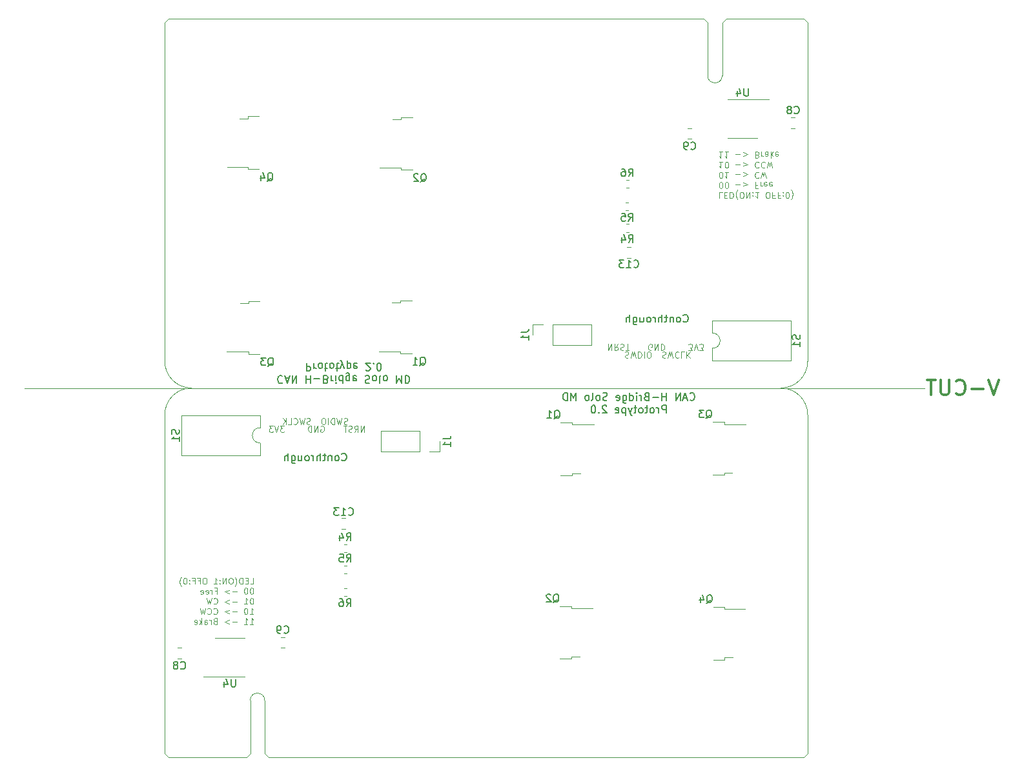
<source format=gbo>
%TF.GenerationSoftware,KiCad,Pcbnew,(5.1.6)-1*%
%TF.CreationDate,2020-06-21T16:44:24+09:00*%
%TF.ProjectId,CAN_H-Bridge_Solo_MD_fin,43414e5f-482d-4427-9269-6467655f536f,rev?*%
%TF.SameCoordinates,Original*%
%TF.FileFunction,Legend,Bot*%
%TF.FilePolarity,Positive*%
%FSLAX46Y46*%
G04 Gerber Fmt 4.6, Leading zero omitted, Abs format (unit mm)*
G04 Created by KiCad (PCBNEW (5.1.6)-1) date 2020-06-21 16:44:24*
%MOMM*%
%LPD*%
G01*
G04 APERTURE LIST*
%ADD10C,0.300000*%
%ADD11C,0.120000*%
%ADD12C,0.150000*%
%TA.AperFunction,Profile*%
%ADD13C,0.100000*%
%TD*%
%ADD14R,2.302000X1.302000*%
%ADD15R,6.502000X5.902000*%
%ADD16R,1.702000X1.702000*%
%ADD17O,1.702000X1.702000*%
%ADD18C,5.202000*%
%ADD19O,2.902000X1.602000*%
%ADD20R,0.802000X4.402000*%
%ADD21R,0.802000X3.302000*%
%ADD22O,1.802000X1.802000*%
%ADD23R,1.802000X1.802000*%
%ADD24C,0.254000*%
G04 APERTURE END LIST*
D10*
X209714285Y-101904761D02*
X209047619Y-103904761D01*
X208380952Y-101904761D01*
X207714285Y-103142857D02*
X206190476Y-103142857D01*
X204095238Y-103714285D02*
X204190476Y-103809523D01*
X204476190Y-103904761D01*
X204666666Y-103904761D01*
X204952380Y-103809523D01*
X205142857Y-103619047D01*
X205238095Y-103428571D01*
X205333333Y-103047619D01*
X205333333Y-102761904D01*
X205238095Y-102380952D01*
X205142857Y-102190476D01*
X204952380Y-102000000D01*
X204666666Y-101904761D01*
X204476190Y-101904761D01*
X204190476Y-102000000D01*
X204095238Y-102095238D01*
X203238095Y-101904761D02*
X203238095Y-103523809D01*
X203142857Y-103714285D01*
X203047619Y-103809523D01*
X202857142Y-103904761D01*
X202476190Y-103904761D01*
X202285714Y-103809523D01*
X202190476Y-103714285D01*
X202095238Y-103523809D01*
X202095238Y-101904761D01*
X201428571Y-101904761D02*
X200285714Y-101904761D01*
X200857142Y-103904761D02*
X200857142Y-101904761D01*
D11*
X200000000Y-103000000D02*
X82000000Y-103000000D01*
D12*
X115776190Y-101467857D02*
X115728571Y-101420238D01*
X115585714Y-101372619D01*
X115490476Y-101372619D01*
X115347619Y-101420238D01*
X115252380Y-101515476D01*
X115204761Y-101610714D01*
X115157142Y-101801190D01*
X115157142Y-101944047D01*
X115204761Y-102134523D01*
X115252380Y-102229761D01*
X115347619Y-102325000D01*
X115490476Y-102372619D01*
X115585714Y-102372619D01*
X115728571Y-102325000D01*
X115776190Y-102277380D01*
X116157142Y-101658333D02*
X116633333Y-101658333D01*
X116061904Y-101372619D02*
X116395238Y-102372619D01*
X116728571Y-101372619D01*
X117061904Y-101372619D02*
X117061904Y-102372619D01*
X117633333Y-101372619D01*
X117633333Y-102372619D01*
X118871428Y-101372619D02*
X118871428Y-102372619D01*
X118871428Y-101896428D02*
X119442857Y-101896428D01*
X119442857Y-101372619D02*
X119442857Y-102372619D01*
X119919047Y-101753571D02*
X120680952Y-101753571D01*
X121490476Y-101896428D02*
X121633333Y-101848809D01*
X121680952Y-101801190D01*
X121728571Y-101705952D01*
X121728571Y-101563095D01*
X121680952Y-101467857D01*
X121633333Y-101420238D01*
X121538095Y-101372619D01*
X121157142Y-101372619D01*
X121157142Y-102372619D01*
X121490476Y-102372619D01*
X121585714Y-102325000D01*
X121633333Y-102277380D01*
X121680952Y-102182142D01*
X121680952Y-102086904D01*
X121633333Y-101991666D01*
X121585714Y-101944047D01*
X121490476Y-101896428D01*
X121157142Y-101896428D01*
X122157142Y-101372619D02*
X122157142Y-102039285D01*
X122157142Y-101848809D02*
X122204761Y-101944047D01*
X122252380Y-101991666D01*
X122347619Y-102039285D01*
X122442857Y-102039285D01*
X122776190Y-101372619D02*
X122776190Y-102039285D01*
X122776190Y-102372619D02*
X122728571Y-102325000D01*
X122776190Y-102277380D01*
X122823809Y-102325000D01*
X122776190Y-102372619D01*
X122776190Y-102277380D01*
X123680952Y-101372619D02*
X123680952Y-102372619D01*
X123680952Y-101420238D02*
X123585714Y-101372619D01*
X123395238Y-101372619D01*
X123299999Y-101420238D01*
X123252380Y-101467857D01*
X123204761Y-101563095D01*
X123204761Y-101848809D01*
X123252380Y-101944047D01*
X123299999Y-101991666D01*
X123395238Y-102039285D01*
X123585714Y-102039285D01*
X123680952Y-101991666D01*
X124585714Y-102039285D02*
X124585714Y-101229761D01*
X124538095Y-101134523D01*
X124490476Y-101086904D01*
X124395238Y-101039285D01*
X124252380Y-101039285D01*
X124157142Y-101086904D01*
X124585714Y-101420238D02*
X124490476Y-101372619D01*
X124299999Y-101372619D01*
X124204761Y-101420238D01*
X124157142Y-101467857D01*
X124109523Y-101563095D01*
X124109523Y-101848809D01*
X124157142Y-101944047D01*
X124204761Y-101991666D01*
X124299999Y-102039285D01*
X124490476Y-102039285D01*
X124585714Y-101991666D01*
X125442857Y-101420238D02*
X125347619Y-101372619D01*
X125157142Y-101372619D01*
X125061904Y-101420238D01*
X125014285Y-101515476D01*
X125014285Y-101896428D01*
X125061904Y-101991666D01*
X125157142Y-102039285D01*
X125347619Y-102039285D01*
X125442857Y-101991666D01*
X125490476Y-101896428D01*
X125490476Y-101801190D01*
X125014285Y-101705952D01*
X126633333Y-101420238D02*
X126776190Y-101372619D01*
X127014285Y-101372619D01*
X127109523Y-101420238D01*
X127157142Y-101467857D01*
X127204761Y-101563095D01*
X127204761Y-101658333D01*
X127157142Y-101753571D01*
X127109523Y-101801190D01*
X127014285Y-101848809D01*
X126823809Y-101896428D01*
X126728571Y-101944047D01*
X126680952Y-101991666D01*
X126633333Y-102086904D01*
X126633333Y-102182142D01*
X126680952Y-102277380D01*
X126728571Y-102325000D01*
X126823809Y-102372619D01*
X127061904Y-102372619D01*
X127204761Y-102325000D01*
X127776190Y-101372619D02*
X127680952Y-101420238D01*
X127633333Y-101467857D01*
X127585714Y-101563095D01*
X127585714Y-101848809D01*
X127633333Y-101944047D01*
X127680952Y-101991666D01*
X127776190Y-102039285D01*
X127919047Y-102039285D01*
X128014285Y-101991666D01*
X128061904Y-101944047D01*
X128109523Y-101848809D01*
X128109523Y-101563095D01*
X128061904Y-101467857D01*
X128014285Y-101420238D01*
X127919047Y-101372619D01*
X127776190Y-101372619D01*
X128680952Y-101372619D02*
X128585714Y-101420238D01*
X128538095Y-101515476D01*
X128538095Y-102372619D01*
X129204761Y-101372619D02*
X129109523Y-101420238D01*
X129061904Y-101467857D01*
X129014285Y-101563095D01*
X129014285Y-101848809D01*
X129061904Y-101944047D01*
X129109523Y-101991666D01*
X129204761Y-102039285D01*
X129347619Y-102039285D01*
X129442857Y-101991666D01*
X129490476Y-101944047D01*
X129538095Y-101848809D01*
X129538095Y-101563095D01*
X129490476Y-101467857D01*
X129442857Y-101420238D01*
X129347619Y-101372619D01*
X129204761Y-101372619D01*
X130728571Y-101372619D02*
X130728571Y-102372619D01*
X131061904Y-101658333D01*
X131395238Y-102372619D01*
X131395238Y-101372619D01*
X131871428Y-101372619D02*
X131871428Y-102372619D01*
X132109523Y-102372619D01*
X132252380Y-102325000D01*
X132347619Y-102229761D01*
X132395238Y-102134523D01*
X132442857Y-101944047D01*
X132442857Y-101801190D01*
X132395238Y-101610714D01*
X132347619Y-101515476D01*
X132252380Y-101420238D01*
X132109523Y-101372619D01*
X131871428Y-101372619D01*
X118919047Y-99722619D02*
X118919047Y-100722619D01*
X119300000Y-100722619D01*
X119395238Y-100675000D01*
X119442857Y-100627380D01*
X119490476Y-100532142D01*
X119490476Y-100389285D01*
X119442857Y-100294047D01*
X119395238Y-100246428D01*
X119300000Y-100198809D01*
X118919047Y-100198809D01*
X119919047Y-99722619D02*
X119919047Y-100389285D01*
X119919047Y-100198809D02*
X119966666Y-100294047D01*
X120014285Y-100341666D01*
X120109523Y-100389285D01*
X120204761Y-100389285D01*
X120680952Y-99722619D02*
X120585714Y-99770238D01*
X120538095Y-99817857D01*
X120490476Y-99913095D01*
X120490476Y-100198809D01*
X120538095Y-100294047D01*
X120585714Y-100341666D01*
X120680952Y-100389285D01*
X120823809Y-100389285D01*
X120919047Y-100341666D01*
X120966666Y-100294047D01*
X121014285Y-100198809D01*
X121014285Y-99913095D01*
X120966666Y-99817857D01*
X120919047Y-99770238D01*
X120823809Y-99722619D01*
X120680952Y-99722619D01*
X121300000Y-100389285D02*
X121680952Y-100389285D01*
X121442857Y-100722619D02*
X121442857Y-99865476D01*
X121490476Y-99770238D01*
X121585714Y-99722619D01*
X121680952Y-99722619D01*
X122157142Y-99722619D02*
X122061904Y-99770238D01*
X122014285Y-99817857D01*
X121966666Y-99913095D01*
X121966666Y-100198809D01*
X122014285Y-100294047D01*
X122061904Y-100341666D01*
X122157142Y-100389285D01*
X122300000Y-100389285D01*
X122395238Y-100341666D01*
X122442857Y-100294047D01*
X122490476Y-100198809D01*
X122490476Y-99913095D01*
X122442857Y-99817857D01*
X122395238Y-99770238D01*
X122300000Y-99722619D01*
X122157142Y-99722619D01*
X122776190Y-100389285D02*
X123157142Y-100389285D01*
X122919047Y-100722619D02*
X122919047Y-99865476D01*
X122966666Y-99770238D01*
X123061904Y-99722619D01*
X123157142Y-99722619D01*
X123395238Y-100389285D02*
X123633333Y-99722619D01*
X123871428Y-100389285D02*
X123633333Y-99722619D01*
X123538095Y-99484523D01*
X123490476Y-99436904D01*
X123395238Y-99389285D01*
X124252380Y-100389285D02*
X124252380Y-99389285D01*
X124252380Y-100341666D02*
X124347619Y-100389285D01*
X124538095Y-100389285D01*
X124633333Y-100341666D01*
X124680952Y-100294047D01*
X124728571Y-100198809D01*
X124728571Y-99913095D01*
X124680952Y-99817857D01*
X124633333Y-99770238D01*
X124538095Y-99722619D01*
X124347619Y-99722619D01*
X124252380Y-99770238D01*
X125538095Y-99770238D02*
X125442857Y-99722619D01*
X125252380Y-99722619D01*
X125157142Y-99770238D01*
X125109523Y-99865476D01*
X125109523Y-100246428D01*
X125157142Y-100341666D01*
X125252380Y-100389285D01*
X125442857Y-100389285D01*
X125538095Y-100341666D01*
X125585714Y-100246428D01*
X125585714Y-100151190D01*
X125109523Y-100055952D01*
X126728571Y-100627380D02*
X126776190Y-100675000D01*
X126871428Y-100722619D01*
X127109523Y-100722619D01*
X127204761Y-100675000D01*
X127252380Y-100627380D01*
X127300000Y-100532142D01*
X127300000Y-100436904D01*
X127252380Y-100294047D01*
X126680952Y-99722619D01*
X127300000Y-99722619D01*
X127728571Y-99817857D02*
X127776190Y-99770238D01*
X127728571Y-99722619D01*
X127680952Y-99770238D01*
X127728571Y-99817857D01*
X127728571Y-99722619D01*
X128395238Y-100722619D02*
X128490476Y-100722619D01*
X128585714Y-100675000D01*
X128633333Y-100627380D01*
X128680952Y-100532142D01*
X128728571Y-100341666D01*
X128728571Y-100103571D01*
X128680952Y-99913095D01*
X128633333Y-99817857D01*
X128585714Y-99770238D01*
X128490476Y-99722619D01*
X128395238Y-99722619D01*
X128300000Y-99770238D01*
X128252380Y-99817857D01*
X128204761Y-99913095D01*
X128157142Y-100103571D01*
X128157142Y-100341666D01*
X128204761Y-100532142D01*
X128252380Y-100627380D01*
X128300000Y-100675000D01*
X128395238Y-100722619D01*
D11*
X165590476Y-98276190D02*
X165704761Y-98238095D01*
X165895238Y-98238095D01*
X165971428Y-98276190D01*
X166009523Y-98314285D01*
X166047619Y-98390476D01*
X166047619Y-98466666D01*
X166009523Y-98542857D01*
X165971428Y-98580952D01*
X165895238Y-98619047D01*
X165742857Y-98657142D01*
X165666666Y-98695238D01*
X165628571Y-98733333D01*
X165590476Y-98809523D01*
X165590476Y-98885714D01*
X165628571Y-98961904D01*
X165666666Y-99000000D01*
X165742857Y-99038095D01*
X165933333Y-99038095D01*
X166047619Y-99000000D01*
X166314285Y-99038095D02*
X166504761Y-98238095D01*
X166657142Y-98809523D01*
X166809523Y-98238095D01*
X167000000Y-99038095D01*
X167761904Y-98314285D02*
X167723809Y-98276190D01*
X167609523Y-98238095D01*
X167533333Y-98238095D01*
X167419047Y-98276190D01*
X167342857Y-98352380D01*
X167304761Y-98428571D01*
X167266666Y-98580952D01*
X167266666Y-98695238D01*
X167304761Y-98847619D01*
X167342857Y-98923809D01*
X167419047Y-99000000D01*
X167533333Y-99038095D01*
X167609523Y-99038095D01*
X167723809Y-99000000D01*
X167761904Y-98961904D01*
X168485714Y-98238095D02*
X168104761Y-98238095D01*
X168104761Y-99038095D01*
X168752380Y-98238095D02*
X168752380Y-99038095D01*
X169209523Y-98238095D02*
X168866666Y-98695238D01*
X169209523Y-99038095D02*
X168752380Y-98580952D01*
X169009523Y-98038095D02*
X169504761Y-98038095D01*
X169238095Y-97733333D01*
X169352380Y-97733333D01*
X169428571Y-97695238D01*
X169466666Y-97657142D01*
X169504761Y-97580952D01*
X169504761Y-97390476D01*
X169466666Y-97314285D01*
X169428571Y-97276190D01*
X169352380Y-97238095D01*
X169123809Y-97238095D01*
X169047619Y-97276190D01*
X169009523Y-97314285D01*
X169733333Y-98038095D02*
X170000000Y-97238095D01*
X170266666Y-98038095D01*
X170457142Y-98038095D02*
X170952380Y-98038095D01*
X170685714Y-97733333D01*
X170800000Y-97733333D01*
X170876190Y-97695238D01*
X170914285Y-97657142D01*
X170952380Y-97580952D01*
X170952380Y-97390476D01*
X170914285Y-97314285D01*
X170876190Y-97276190D01*
X170800000Y-97238095D01*
X170571428Y-97238095D01*
X170495238Y-97276190D01*
X170457142Y-97314285D01*
X164190476Y-98000000D02*
X164114285Y-98038095D01*
X164000000Y-98038095D01*
X163885714Y-98000000D01*
X163809523Y-97923809D01*
X163771428Y-97847619D01*
X163733333Y-97695238D01*
X163733333Y-97580952D01*
X163771428Y-97428571D01*
X163809523Y-97352380D01*
X163885714Y-97276190D01*
X164000000Y-97238095D01*
X164076190Y-97238095D01*
X164190476Y-97276190D01*
X164228571Y-97314285D01*
X164228571Y-97580952D01*
X164076190Y-97580952D01*
X164571428Y-97238095D02*
X164571428Y-98038095D01*
X165028571Y-97238095D01*
X165028571Y-98038095D01*
X165409523Y-97238095D02*
X165409523Y-98038095D01*
X165600000Y-98038095D01*
X165714285Y-98000000D01*
X165790476Y-97923809D01*
X165828571Y-97847619D01*
X165866666Y-97695238D01*
X165866666Y-97580952D01*
X165828571Y-97428571D01*
X165790476Y-97352380D01*
X165714285Y-97276190D01*
X165600000Y-97238095D01*
X165409523Y-97238095D01*
X158485714Y-97238095D02*
X158485714Y-98038095D01*
X158942857Y-97238095D01*
X158942857Y-98038095D01*
X159780952Y-97238095D02*
X159514285Y-97619047D01*
X159323809Y-97238095D02*
X159323809Y-98038095D01*
X159628571Y-98038095D01*
X159704761Y-98000000D01*
X159742857Y-97961904D01*
X159780952Y-97885714D01*
X159780952Y-97771428D01*
X159742857Y-97695238D01*
X159704761Y-97657142D01*
X159628571Y-97619047D01*
X159323809Y-97619047D01*
X160085714Y-97276190D02*
X160200000Y-97238095D01*
X160390476Y-97238095D01*
X160466666Y-97276190D01*
X160504761Y-97314285D01*
X160542857Y-97390476D01*
X160542857Y-97466666D01*
X160504761Y-97542857D01*
X160466666Y-97580952D01*
X160390476Y-97619047D01*
X160238095Y-97657142D01*
X160161904Y-97695238D01*
X160123809Y-97733333D01*
X160085714Y-97809523D01*
X160085714Y-97885714D01*
X160123809Y-97961904D01*
X160161904Y-98000000D01*
X160238095Y-98038095D01*
X160428571Y-98038095D01*
X160542857Y-98000000D01*
X160771428Y-98038095D02*
X161228571Y-98038095D01*
X161000000Y-97238095D02*
X161000000Y-98038095D01*
X160704761Y-98276190D02*
X160819047Y-98238095D01*
X161009523Y-98238095D01*
X161085714Y-98276190D01*
X161123809Y-98314285D01*
X161161904Y-98390476D01*
X161161904Y-98466666D01*
X161123809Y-98542857D01*
X161085714Y-98580952D01*
X161009523Y-98619047D01*
X160857142Y-98657142D01*
X160780952Y-98695238D01*
X160742857Y-98733333D01*
X160704761Y-98809523D01*
X160704761Y-98885714D01*
X160742857Y-98961904D01*
X160780952Y-99000000D01*
X160857142Y-99038095D01*
X161047619Y-99038095D01*
X161161904Y-99000000D01*
X161428571Y-99038095D02*
X161619047Y-98238095D01*
X161771428Y-98809523D01*
X161923809Y-98238095D01*
X162114285Y-99038095D01*
X162419047Y-98238095D02*
X162419047Y-99038095D01*
X162609523Y-99038095D01*
X162723809Y-99000000D01*
X162800000Y-98923809D01*
X162838095Y-98847619D01*
X162876190Y-98695238D01*
X162876190Y-98580952D01*
X162838095Y-98428571D01*
X162800000Y-98352380D01*
X162723809Y-98276190D01*
X162609523Y-98238095D01*
X162419047Y-98238095D01*
X163219047Y-98238095D02*
X163219047Y-99038095D01*
X163752380Y-99038095D02*
X163904761Y-99038095D01*
X163980952Y-99000000D01*
X164057142Y-98923809D01*
X164095238Y-98771428D01*
X164095238Y-98504761D01*
X164057142Y-98352380D01*
X163980952Y-98276190D01*
X163904761Y-98238095D01*
X163752380Y-98238095D01*
X163676190Y-98276190D01*
X163600000Y-98352380D01*
X163561904Y-98504761D01*
X163561904Y-98771428D01*
X163600000Y-98923809D01*
X163676190Y-99000000D01*
X163752380Y-99038095D01*
X173449428Y-77278095D02*
X173068476Y-77278095D01*
X173068476Y-78078095D01*
X173716095Y-77697142D02*
X173982761Y-77697142D01*
X174097047Y-77278095D02*
X173716095Y-77278095D01*
X173716095Y-78078095D01*
X174097047Y-78078095D01*
X174439904Y-77278095D02*
X174439904Y-78078095D01*
X174630380Y-78078095D01*
X174744666Y-78040000D01*
X174820857Y-77963809D01*
X174858952Y-77887619D01*
X174897047Y-77735238D01*
X174897047Y-77620952D01*
X174858952Y-77468571D01*
X174820857Y-77392380D01*
X174744666Y-77316190D01*
X174630380Y-77278095D01*
X174439904Y-77278095D01*
X175468476Y-76973333D02*
X175430380Y-77011428D01*
X175354190Y-77125714D01*
X175316095Y-77201904D01*
X175278000Y-77316190D01*
X175239904Y-77506666D01*
X175239904Y-77659047D01*
X175278000Y-77849523D01*
X175316095Y-77963809D01*
X175354190Y-78040000D01*
X175430380Y-78154285D01*
X175468476Y-78192380D01*
X175925619Y-78078095D02*
X176078000Y-78078095D01*
X176154190Y-78040000D01*
X176230380Y-77963809D01*
X176268476Y-77811428D01*
X176268476Y-77544761D01*
X176230380Y-77392380D01*
X176154190Y-77316190D01*
X176078000Y-77278095D01*
X175925619Y-77278095D01*
X175849428Y-77316190D01*
X175773238Y-77392380D01*
X175735142Y-77544761D01*
X175735142Y-77811428D01*
X175773238Y-77963809D01*
X175849428Y-78040000D01*
X175925619Y-78078095D01*
X176611333Y-77278095D02*
X176611333Y-78078095D01*
X177068476Y-77278095D01*
X177068476Y-78078095D01*
X177449428Y-77354285D02*
X177487523Y-77316190D01*
X177449428Y-77278095D01*
X177411333Y-77316190D01*
X177449428Y-77354285D01*
X177449428Y-77278095D01*
X177449428Y-77773333D02*
X177487523Y-77735238D01*
X177449428Y-77697142D01*
X177411333Y-77735238D01*
X177449428Y-77773333D01*
X177449428Y-77697142D01*
X178249428Y-77278095D02*
X177792285Y-77278095D01*
X178020857Y-77278095D02*
X178020857Y-78078095D01*
X177944666Y-77963809D01*
X177868476Y-77887619D01*
X177792285Y-77849523D01*
X179354190Y-78078095D02*
X179506571Y-78078095D01*
X179582761Y-78040000D01*
X179658952Y-77963809D01*
X179697047Y-77811428D01*
X179697047Y-77544761D01*
X179658952Y-77392380D01*
X179582761Y-77316190D01*
X179506571Y-77278095D01*
X179354190Y-77278095D01*
X179278000Y-77316190D01*
X179201809Y-77392380D01*
X179163714Y-77544761D01*
X179163714Y-77811428D01*
X179201809Y-77963809D01*
X179278000Y-78040000D01*
X179354190Y-78078095D01*
X180306571Y-77697142D02*
X180039904Y-77697142D01*
X180039904Y-77278095D02*
X180039904Y-78078095D01*
X180420857Y-78078095D01*
X180992285Y-77697142D02*
X180725619Y-77697142D01*
X180725619Y-77278095D02*
X180725619Y-78078095D01*
X181106571Y-78078095D01*
X181411333Y-77354285D02*
X181449428Y-77316190D01*
X181411333Y-77278095D01*
X181373238Y-77316190D01*
X181411333Y-77354285D01*
X181411333Y-77278095D01*
X181411333Y-77773333D02*
X181449428Y-77735238D01*
X181411333Y-77697142D01*
X181373238Y-77735238D01*
X181411333Y-77773333D01*
X181411333Y-77697142D01*
X181944666Y-78078095D02*
X182020857Y-78078095D01*
X182097047Y-78040000D01*
X182135142Y-78001904D01*
X182173238Y-77925714D01*
X182211333Y-77773333D01*
X182211333Y-77582857D01*
X182173238Y-77430476D01*
X182135142Y-77354285D01*
X182097047Y-77316190D01*
X182020857Y-77278095D01*
X181944666Y-77278095D01*
X181868476Y-77316190D01*
X181830380Y-77354285D01*
X181792285Y-77430476D01*
X181754190Y-77582857D01*
X181754190Y-77773333D01*
X181792285Y-77925714D01*
X181830380Y-78001904D01*
X181868476Y-78040000D01*
X181944666Y-78078095D01*
X182478000Y-76973333D02*
X182516095Y-77011428D01*
X182592285Y-77125714D01*
X182630380Y-77201904D01*
X182668476Y-77316190D01*
X182706571Y-77506666D01*
X182706571Y-77659047D01*
X182668476Y-77849523D01*
X182630380Y-77963809D01*
X182592285Y-78040000D01*
X182516095Y-78154285D01*
X182478000Y-78192380D01*
X173220857Y-76758095D02*
X173297047Y-76758095D01*
X173373238Y-76720000D01*
X173411333Y-76681904D01*
X173449428Y-76605714D01*
X173487523Y-76453333D01*
X173487523Y-76262857D01*
X173449428Y-76110476D01*
X173411333Y-76034285D01*
X173373238Y-75996190D01*
X173297047Y-75958095D01*
X173220857Y-75958095D01*
X173144666Y-75996190D01*
X173106571Y-76034285D01*
X173068476Y-76110476D01*
X173030380Y-76262857D01*
X173030380Y-76453333D01*
X173068476Y-76605714D01*
X173106571Y-76681904D01*
X173144666Y-76720000D01*
X173220857Y-76758095D01*
X173982761Y-76758095D02*
X174058952Y-76758095D01*
X174135142Y-76720000D01*
X174173238Y-76681904D01*
X174211333Y-76605714D01*
X174249428Y-76453333D01*
X174249428Y-76262857D01*
X174211333Y-76110476D01*
X174173238Y-76034285D01*
X174135142Y-75996190D01*
X174058952Y-75958095D01*
X173982761Y-75958095D01*
X173906571Y-75996190D01*
X173868476Y-76034285D01*
X173830380Y-76110476D01*
X173792285Y-76262857D01*
X173792285Y-76453333D01*
X173830380Y-76605714D01*
X173868476Y-76681904D01*
X173906571Y-76720000D01*
X173982761Y-76758095D01*
X175201809Y-76262857D02*
X175811333Y-76262857D01*
X176192285Y-76491428D02*
X176801809Y-76262857D01*
X176192285Y-76034285D01*
X178058952Y-76377142D02*
X177792285Y-76377142D01*
X177792285Y-75958095D02*
X177792285Y-76758095D01*
X178173238Y-76758095D01*
X178478000Y-75958095D02*
X178478000Y-76491428D01*
X178478000Y-76339047D02*
X178516095Y-76415238D01*
X178554190Y-76453333D01*
X178630380Y-76491428D01*
X178706571Y-76491428D01*
X179278000Y-75996190D02*
X179201809Y-75958095D01*
X179049428Y-75958095D01*
X178973238Y-75996190D01*
X178935142Y-76072380D01*
X178935142Y-76377142D01*
X178973238Y-76453333D01*
X179049428Y-76491428D01*
X179201809Y-76491428D01*
X179278000Y-76453333D01*
X179316095Y-76377142D01*
X179316095Y-76300952D01*
X178935142Y-76224761D01*
X179963714Y-75996190D02*
X179887523Y-75958095D01*
X179735142Y-75958095D01*
X179658952Y-75996190D01*
X179620857Y-76072380D01*
X179620857Y-76377142D01*
X179658952Y-76453333D01*
X179735142Y-76491428D01*
X179887523Y-76491428D01*
X179963714Y-76453333D01*
X180001809Y-76377142D01*
X180001809Y-76300952D01*
X179620857Y-76224761D01*
X173220857Y-75438095D02*
X173297047Y-75438095D01*
X173373238Y-75400000D01*
X173411333Y-75361904D01*
X173449428Y-75285714D01*
X173487523Y-75133333D01*
X173487523Y-74942857D01*
X173449428Y-74790476D01*
X173411333Y-74714285D01*
X173373238Y-74676190D01*
X173297047Y-74638095D01*
X173220857Y-74638095D01*
X173144666Y-74676190D01*
X173106571Y-74714285D01*
X173068476Y-74790476D01*
X173030380Y-74942857D01*
X173030380Y-75133333D01*
X173068476Y-75285714D01*
X173106571Y-75361904D01*
X173144666Y-75400000D01*
X173220857Y-75438095D01*
X174249428Y-74638095D02*
X173792285Y-74638095D01*
X174020857Y-74638095D02*
X174020857Y-75438095D01*
X173944666Y-75323809D01*
X173868476Y-75247619D01*
X173792285Y-75209523D01*
X175201809Y-74942857D02*
X175811333Y-74942857D01*
X176192285Y-75171428D02*
X176801809Y-74942857D01*
X176192285Y-74714285D01*
X178249428Y-74714285D02*
X178211333Y-74676190D01*
X178097047Y-74638095D01*
X178020857Y-74638095D01*
X177906571Y-74676190D01*
X177830380Y-74752380D01*
X177792285Y-74828571D01*
X177754190Y-74980952D01*
X177754190Y-75095238D01*
X177792285Y-75247619D01*
X177830380Y-75323809D01*
X177906571Y-75400000D01*
X178020857Y-75438095D01*
X178097047Y-75438095D01*
X178211333Y-75400000D01*
X178249428Y-75361904D01*
X178516095Y-75438095D02*
X178706571Y-74638095D01*
X178858952Y-75209523D01*
X179011333Y-74638095D01*
X179201809Y-75438095D01*
X173487523Y-73318095D02*
X173030380Y-73318095D01*
X173258952Y-73318095D02*
X173258952Y-74118095D01*
X173182761Y-74003809D01*
X173106571Y-73927619D01*
X173030380Y-73889523D01*
X173982761Y-74118095D02*
X174058952Y-74118095D01*
X174135142Y-74080000D01*
X174173238Y-74041904D01*
X174211333Y-73965714D01*
X174249428Y-73813333D01*
X174249428Y-73622857D01*
X174211333Y-73470476D01*
X174173238Y-73394285D01*
X174135142Y-73356190D01*
X174058952Y-73318095D01*
X173982761Y-73318095D01*
X173906571Y-73356190D01*
X173868476Y-73394285D01*
X173830380Y-73470476D01*
X173792285Y-73622857D01*
X173792285Y-73813333D01*
X173830380Y-73965714D01*
X173868476Y-74041904D01*
X173906571Y-74080000D01*
X173982761Y-74118095D01*
X175201809Y-73622857D02*
X175811333Y-73622857D01*
X176192285Y-73851428D02*
X176801809Y-73622857D01*
X176192285Y-73394285D01*
X178249428Y-73394285D02*
X178211333Y-73356190D01*
X178097047Y-73318095D01*
X178020857Y-73318095D01*
X177906571Y-73356190D01*
X177830380Y-73432380D01*
X177792285Y-73508571D01*
X177754190Y-73660952D01*
X177754190Y-73775238D01*
X177792285Y-73927619D01*
X177830380Y-74003809D01*
X177906571Y-74080000D01*
X178020857Y-74118095D01*
X178097047Y-74118095D01*
X178211333Y-74080000D01*
X178249428Y-74041904D01*
X179049428Y-73394285D02*
X179011333Y-73356190D01*
X178897047Y-73318095D01*
X178820857Y-73318095D01*
X178706571Y-73356190D01*
X178630380Y-73432380D01*
X178592285Y-73508571D01*
X178554190Y-73660952D01*
X178554190Y-73775238D01*
X178592285Y-73927619D01*
X178630380Y-74003809D01*
X178706571Y-74080000D01*
X178820857Y-74118095D01*
X178897047Y-74118095D01*
X179011333Y-74080000D01*
X179049428Y-74041904D01*
X179316095Y-74118095D02*
X179506571Y-73318095D01*
X179658952Y-73889523D01*
X179811333Y-73318095D01*
X180001809Y-74118095D01*
X173487523Y-71998095D02*
X173030380Y-71998095D01*
X173258952Y-71998095D02*
X173258952Y-72798095D01*
X173182761Y-72683809D01*
X173106571Y-72607619D01*
X173030380Y-72569523D01*
X174249428Y-71998095D02*
X173792285Y-71998095D01*
X174020857Y-71998095D02*
X174020857Y-72798095D01*
X173944666Y-72683809D01*
X173868476Y-72607619D01*
X173792285Y-72569523D01*
X175201809Y-72302857D02*
X175811333Y-72302857D01*
X176192285Y-72531428D02*
X176801809Y-72302857D01*
X176192285Y-72074285D01*
X178058952Y-72417142D02*
X178173238Y-72379047D01*
X178211333Y-72340952D01*
X178249428Y-72264761D01*
X178249428Y-72150476D01*
X178211333Y-72074285D01*
X178173238Y-72036190D01*
X178097047Y-71998095D01*
X177792285Y-71998095D01*
X177792285Y-72798095D01*
X178058952Y-72798095D01*
X178135142Y-72760000D01*
X178173238Y-72721904D01*
X178211333Y-72645714D01*
X178211333Y-72569523D01*
X178173238Y-72493333D01*
X178135142Y-72455238D01*
X178058952Y-72417142D01*
X177792285Y-72417142D01*
X178592285Y-71998095D02*
X178592285Y-72531428D01*
X178592285Y-72379047D02*
X178630380Y-72455238D01*
X178668476Y-72493333D01*
X178744666Y-72531428D01*
X178820857Y-72531428D01*
X179430380Y-71998095D02*
X179430380Y-72417142D01*
X179392285Y-72493333D01*
X179316095Y-72531428D01*
X179163714Y-72531428D01*
X179087523Y-72493333D01*
X179430380Y-72036190D02*
X179354190Y-71998095D01*
X179163714Y-71998095D01*
X179087523Y-72036190D01*
X179049428Y-72112380D01*
X179049428Y-72188571D01*
X179087523Y-72264761D01*
X179163714Y-72302857D01*
X179354190Y-72302857D01*
X179430380Y-72340952D01*
X179811333Y-71998095D02*
X179811333Y-72798095D01*
X179887523Y-72302857D02*
X180116095Y-71998095D01*
X180116095Y-72531428D02*
X179811333Y-72226666D01*
X180763714Y-72036190D02*
X180687523Y-71998095D01*
X180535142Y-71998095D01*
X180458952Y-72036190D01*
X180420857Y-72112380D01*
X180420857Y-72417142D01*
X180458952Y-72493333D01*
X180535142Y-72531428D01*
X180687523Y-72531428D01*
X180763714Y-72493333D01*
X180801809Y-72417142D01*
X180801809Y-72340952D01*
X180420857Y-72264761D01*
D13*
X184650000Y-62950000D02*
X184650000Y-99500000D01*
X103850000Y-103000000D02*
G75*
G02*
X100350000Y-99500000I0J3500000D01*
G01*
X184650000Y-99500000D02*
G75*
G02*
X181150000Y-103000000I-3500000J0D01*
G01*
X100350000Y-99500000D02*
X100350000Y-62950000D01*
D11*
X111550571Y-128721904D02*
X111931523Y-128721904D01*
X111931523Y-127921904D01*
X111283904Y-128302857D02*
X111017238Y-128302857D01*
X110902952Y-128721904D02*
X111283904Y-128721904D01*
X111283904Y-127921904D01*
X110902952Y-127921904D01*
X110560095Y-128721904D02*
X110560095Y-127921904D01*
X110369619Y-127921904D01*
X110255333Y-127960000D01*
X110179142Y-128036190D01*
X110141047Y-128112380D01*
X110102952Y-128264761D01*
X110102952Y-128379047D01*
X110141047Y-128531428D01*
X110179142Y-128607619D01*
X110255333Y-128683809D01*
X110369619Y-128721904D01*
X110560095Y-128721904D01*
X109531523Y-129026666D02*
X109569619Y-128988571D01*
X109645809Y-128874285D01*
X109683904Y-128798095D01*
X109722000Y-128683809D01*
X109760095Y-128493333D01*
X109760095Y-128340952D01*
X109722000Y-128150476D01*
X109683904Y-128036190D01*
X109645809Y-127960000D01*
X109569619Y-127845714D01*
X109531523Y-127807619D01*
X109074380Y-127921904D02*
X108922000Y-127921904D01*
X108845809Y-127960000D01*
X108769619Y-128036190D01*
X108731523Y-128188571D01*
X108731523Y-128455238D01*
X108769619Y-128607619D01*
X108845809Y-128683809D01*
X108922000Y-128721904D01*
X109074380Y-128721904D01*
X109150571Y-128683809D01*
X109226761Y-128607619D01*
X109264857Y-128455238D01*
X109264857Y-128188571D01*
X109226761Y-128036190D01*
X109150571Y-127960000D01*
X109074380Y-127921904D01*
X108388666Y-128721904D02*
X108388666Y-127921904D01*
X107931523Y-128721904D01*
X107931523Y-127921904D01*
X107550571Y-128645714D02*
X107512476Y-128683809D01*
X107550571Y-128721904D01*
X107588666Y-128683809D01*
X107550571Y-128645714D01*
X107550571Y-128721904D01*
X107550571Y-128226666D02*
X107512476Y-128264761D01*
X107550571Y-128302857D01*
X107588666Y-128264761D01*
X107550571Y-128226666D01*
X107550571Y-128302857D01*
X106750571Y-128721904D02*
X107207714Y-128721904D01*
X106979142Y-128721904D02*
X106979142Y-127921904D01*
X107055333Y-128036190D01*
X107131523Y-128112380D01*
X107207714Y-128150476D01*
X105645809Y-127921904D02*
X105493428Y-127921904D01*
X105417238Y-127960000D01*
X105341047Y-128036190D01*
X105302952Y-128188571D01*
X105302952Y-128455238D01*
X105341047Y-128607619D01*
X105417238Y-128683809D01*
X105493428Y-128721904D01*
X105645809Y-128721904D01*
X105722000Y-128683809D01*
X105798190Y-128607619D01*
X105836285Y-128455238D01*
X105836285Y-128188571D01*
X105798190Y-128036190D01*
X105722000Y-127960000D01*
X105645809Y-127921904D01*
X104693428Y-128302857D02*
X104960095Y-128302857D01*
X104960095Y-128721904D02*
X104960095Y-127921904D01*
X104579142Y-127921904D01*
X104007714Y-128302857D02*
X104274380Y-128302857D01*
X104274380Y-128721904D02*
X104274380Y-127921904D01*
X103893428Y-127921904D01*
X103588666Y-128645714D02*
X103550571Y-128683809D01*
X103588666Y-128721904D01*
X103626761Y-128683809D01*
X103588666Y-128645714D01*
X103588666Y-128721904D01*
X103588666Y-128226666D02*
X103550571Y-128264761D01*
X103588666Y-128302857D01*
X103626761Y-128264761D01*
X103588666Y-128226666D01*
X103588666Y-128302857D01*
X103055333Y-127921904D02*
X102979142Y-127921904D01*
X102902952Y-127960000D01*
X102864857Y-127998095D01*
X102826761Y-128074285D01*
X102788666Y-128226666D01*
X102788666Y-128417142D01*
X102826761Y-128569523D01*
X102864857Y-128645714D01*
X102902952Y-128683809D01*
X102979142Y-128721904D01*
X103055333Y-128721904D01*
X103131523Y-128683809D01*
X103169619Y-128645714D01*
X103207714Y-128569523D01*
X103245809Y-128417142D01*
X103245809Y-128226666D01*
X103207714Y-128074285D01*
X103169619Y-127998095D01*
X103131523Y-127960000D01*
X103055333Y-127921904D01*
X102522000Y-129026666D02*
X102483904Y-128988571D01*
X102407714Y-128874285D01*
X102369619Y-128798095D01*
X102331523Y-128683809D01*
X102293428Y-128493333D01*
X102293428Y-128340952D01*
X102331523Y-128150476D01*
X102369619Y-128036190D01*
X102407714Y-127960000D01*
X102483904Y-127845714D01*
X102522000Y-127807619D01*
X111779142Y-129241904D02*
X111702952Y-129241904D01*
X111626761Y-129280000D01*
X111588666Y-129318095D01*
X111550571Y-129394285D01*
X111512476Y-129546666D01*
X111512476Y-129737142D01*
X111550571Y-129889523D01*
X111588666Y-129965714D01*
X111626761Y-130003809D01*
X111702952Y-130041904D01*
X111779142Y-130041904D01*
X111855333Y-130003809D01*
X111893428Y-129965714D01*
X111931523Y-129889523D01*
X111969619Y-129737142D01*
X111969619Y-129546666D01*
X111931523Y-129394285D01*
X111893428Y-129318095D01*
X111855333Y-129280000D01*
X111779142Y-129241904D01*
X111017238Y-129241904D02*
X110941047Y-129241904D01*
X110864857Y-129280000D01*
X110826761Y-129318095D01*
X110788666Y-129394285D01*
X110750571Y-129546666D01*
X110750571Y-129737142D01*
X110788666Y-129889523D01*
X110826761Y-129965714D01*
X110864857Y-130003809D01*
X110941047Y-130041904D01*
X111017238Y-130041904D01*
X111093428Y-130003809D01*
X111131523Y-129965714D01*
X111169619Y-129889523D01*
X111207714Y-129737142D01*
X111207714Y-129546666D01*
X111169619Y-129394285D01*
X111131523Y-129318095D01*
X111093428Y-129280000D01*
X111017238Y-129241904D01*
X109798190Y-129737142D02*
X109188666Y-129737142D01*
X108807714Y-129508571D02*
X108198190Y-129737142D01*
X108807714Y-129965714D01*
X106941047Y-129622857D02*
X107207714Y-129622857D01*
X107207714Y-130041904D02*
X107207714Y-129241904D01*
X106826761Y-129241904D01*
X106522000Y-130041904D02*
X106522000Y-129508571D01*
X106522000Y-129660952D02*
X106483904Y-129584761D01*
X106445809Y-129546666D01*
X106369619Y-129508571D01*
X106293428Y-129508571D01*
X105722000Y-130003809D02*
X105798190Y-130041904D01*
X105950571Y-130041904D01*
X106026761Y-130003809D01*
X106064857Y-129927619D01*
X106064857Y-129622857D01*
X106026761Y-129546666D01*
X105950571Y-129508571D01*
X105798190Y-129508571D01*
X105722000Y-129546666D01*
X105683904Y-129622857D01*
X105683904Y-129699047D01*
X106064857Y-129775238D01*
X105036285Y-130003809D02*
X105112476Y-130041904D01*
X105264857Y-130041904D01*
X105341047Y-130003809D01*
X105379142Y-129927619D01*
X105379142Y-129622857D01*
X105341047Y-129546666D01*
X105264857Y-129508571D01*
X105112476Y-129508571D01*
X105036285Y-129546666D01*
X104998190Y-129622857D01*
X104998190Y-129699047D01*
X105379142Y-129775238D01*
X111779142Y-130561904D02*
X111702952Y-130561904D01*
X111626761Y-130600000D01*
X111588666Y-130638095D01*
X111550571Y-130714285D01*
X111512476Y-130866666D01*
X111512476Y-131057142D01*
X111550571Y-131209523D01*
X111588666Y-131285714D01*
X111626761Y-131323809D01*
X111702952Y-131361904D01*
X111779142Y-131361904D01*
X111855333Y-131323809D01*
X111893428Y-131285714D01*
X111931523Y-131209523D01*
X111969619Y-131057142D01*
X111969619Y-130866666D01*
X111931523Y-130714285D01*
X111893428Y-130638095D01*
X111855333Y-130600000D01*
X111779142Y-130561904D01*
X110750571Y-131361904D02*
X111207714Y-131361904D01*
X110979142Y-131361904D02*
X110979142Y-130561904D01*
X111055333Y-130676190D01*
X111131523Y-130752380D01*
X111207714Y-130790476D01*
X109798190Y-131057142D02*
X109188666Y-131057142D01*
X108807714Y-130828571D02*
X108198190Y-131057142D01*
X108807714Y-131285714D01*
X106750571Y-131285714D02*
X106788666Y-131323809D01*
X106902952Y-131361904D01*
X106979142Y-131361904D01*
X107093428Y-131323809D01*
X107169619Y-131247619D01*
X107207714Y-131171428D01*
X107245809Y-131019047D01*
X107245809Y-130904761D01*
X107207714Y-130752380D01*
X107169619Y-130676190D01*
X107093428Y-130600000D01*
X106979142Y-130561904D01*
X106902952Y-130561904D01*
X106788666Y-130600000D01*
X106750571Y-130638095D01*
X106483904Y-130561904D02*
X106293428Y-131361904D01*
X106141047Y-130790476D01*
X105988666Y-131361904D01*
X105798190Y-130561904D01*
X111512476Y-132681904D02*
X111969619Y-132681904D01*
X111741047Y-132681904D02*
X111741047Y-131881904D01*
X111817238Y-131996190D01*
X111893428Y-132072380D01*
X111969619Y-132110476D01*
X111017238Y-131881904D02*
X110941047Y-131881904D01*
X110864857Y-131920000D01*
X110826761Y-131958095D01*
X110788666Y-132034285D01*
X110750571Y-132186666D01*
X110750571Y-132377142D01*
X110788666Y-132529523D01*
X110826761Y-132605714D01*
X110864857Y-132643809D01*
X110941047Y-132681904D01*
X111017238Y-132681904D01*
X111093428Y-132643809D01*
X111131523Y-132605714D01*
X111169619Y-132529523D01*
X111207714Y-132377142D01*
X111207714Y-132186666D01*
X111169619Y-132034285D01*
X111131523Y-131958095D01*
X111093428Y-131920000D01*
X111017238Y-131881904D01*
X109798190Y-132377142D02*
X109188666Y-132377142D01*
X108807714Y-132148571D02*
X108198190Y-132377142D01*
X108807714Y-132605714D01*
X106750571Y-132605714D02*
X106788666Y-132643809D01*
X106902952Y-132681904D01*
X106979142Y-132681904D01*
X107093428Y-132643809D01*
X107169619Y-132567619D01*
X107207714Y-132491428D01*
X107245809Y-132339047D01*
X107245809Y-132224761D01*
X107207714Y-132072380D01*
X107169619Y-131996190D01*
X107093428Y-131920000D01*
X106979142Y-131881904D01*
X106902952Y-131881904D01*
X106788666Y-131920000D01*
X106750571Y-131958095D01*
X105950571Y-132605714D02*
X105988666Y-132643809D01*
X106102952Y-132681904D01*
X106179142Y-132681904D01*
X106293428Y-132643809D01*
X106369619Y-132567619D01*
X106407714Y-132491428D01*
X106445809Y-132339047D01*
X106445809Y-132224761D01*
X106407714Y-132072380D01*
X106369619Y-131996190D01*
X106293428Y-131920000D01*
X106179142Y-131881904D01*
X106102952Y-131881904D01*
X105988666Y-131920000D01*
X105950571Y-131958095D01*
X105683904Y-131881904D02*
X105493428Y-132681904D01*
X105341047Y-132110476D01*
X105188666Y-132681904D01*
X104998190Y-131881904D01*
X111512476Y-134001904D02*
X111969619Y-134001904D01*
X111741047Y-134001904D02*
X111741047Y-133201904D01*
X111817238Y-133316190D01*
X111893428Y-133392380D01*
X111969619Y-133430476D01*
X110750571Y-134001904D02*
X111207714Y-134001904D01*
X110979142Y-134001904D02*
X110979142Y-133201904D01*
X111055333Y-133316190D01*
X111131523Y-133392380D01*
X111207714Y-133430476D01*
X109798190Y-133697142D02*
X109188666Y-133697142D01*
X108807714Y-133468571D02*
X108198190Y-133697142D01*
X108807714Y-133925714D01*
X106941047Y-133582857D02*
X106826761Y-133620952D01*
X106788666Y-133659047D01*
X106750571Y-133735238D01*
X106750571Y-133849523D01*
X106788666Y-133925714D01*
X106826761Y-133963809D01*
X106902952Y-134001904D01*
X107207714Y-134001904D01*
X107207714Y-133201904D01*
X106941047Y-133201904D01*
X106864857Y-133240000D01*
X106826761Y-133278095D01*
X106788666Y-133354285D01*
X106788666Y-133430476D01*
X106826761Y-133506666D01*
X106864857Y-133544761D01*
X106941047Y-133582857D01*
X107207714Y-133582857D01*
X106407714Y-134001904D02*
X106407714Y-133468571D01*
X106407714Y-133620952D02*
X106369619Y-133544761D01*
X106331523Y-133506666D01*
X106255333Y-133468571D01*
X106179142Y-133468571D01*
X105569619Y-134001904D02*
X105569619Y-133582857D01*
X105607714Y-133506666D01*
X105683904Y-133468571D01*
X105836285Y-133468571D01*
X105912476Y-133506666D01*
X105569619Y-133963809D02*
X105645809Y-134001904D01*
X105836285Y-134001904D01*
X105912476Y-133963809D01*
X105950571Y-133887619D01*
X105950571Y-133811428D01*
X105912476Y-133735238D01*
X105836285Y-133697142D01*
X105645809Y-133697142D01*
X105569619Y-133659047D01*
X105188666Y-134001904D02*
X105188666Y-133201904D01*
X105112476Y-133697142D02*
X104883904Y-134001904D01*
X104883904Y-133468571D02*
X105188666Y-133773333D01*
X104236285Y-133963809D02*
X104312476Y-134001904D01*
X104464857Y-134001904D01*
X104541047Y-133963809D01*
X104579142Y-133887619D01*
X104579142Y-133582857D01*
X104541047Y-133506666D01*
X104464857Y-133468571D01*
X104312476Y-133468571D01*
X104236285Y-133506666D01*
X104198190Y-133582857D01*
X104198190Y-133659047D01*
X104579142Y-133735238D01*
D13*
X100350000Y-106500000D02*
G75*
G02*
X103850000Y-103000000I3500000J0D01*
G01*
X181150000Y-103000000D02*
G75*
G02*
X184650000Y-106500000I0J-3500000D01*
G01*
D12*
X169223809Y-104532142D02*
X169271428Y-104579761D01*
X169414285Y-104627380D01*
X169509523Y-104627380D01*
X169652380Y-104579761D01*
X169747619Y-104484523D01*
X169795238Y-104389285D01*
X169842857Y-104198809D01*
X169842857Y-104055952D01*
X169795238Y-103865476D01*
X169747619Y-103770238D01*
X169652380Y-103675000D01*
X169509523Y-103627380D01*
X169414285Y-103627380D01*
X169271428Y-103675000D01*
X169223809Y-103722619D01*
X168842857Y-104341666D02*
X168366666Y-104341666D01*
X168938095Y-104627380D02*
X168604761Y-103627380D01*
X168271428Y-104627380D01*
X167938095Y-104627380D02*
X167938095Y-103627380D01*
X167366666Y-104627380D01*
X167366666Y-103627380D01*
X166128571Y-104627380D02*
X166128571Y-103627380D01*
X166128571Y-104103571D02*
X165557142Y-104103571D01*
X165557142Y-104627380D02*
X165557142Y-103627380D01*
X165080952Y-104246428D02*
X164319047Y-104246428D01*
X163509523Y-104103571D02*
X163366666Y-104151190D01*
X163319047Y-104198809D01*
X163271428Y-104294047D01*
X163271428Y-104436904D01*
X163319047Y-104532142D01*
X163366666Y-104579761D01*
X163461904Y-104627380D01*
X163842857Y-104627380D01*
X163842857Y-103627380D01*
X163509523Y-103627380D01*
X163414285Y-103675000D01*
X163366666Y-103722619D01*
X163319047Y-103817857D01*
X163319047Y-103913095D01*
X163366666Y-104008333D01*
X163414285Y-104055952D01*
X163509523Y-104103571D01*
X163842857Y-104103571D01*
X162842857Y-104627380D02*
X162842857Y-103960714D01*
X162842857Y-104151190D02*
X162795238Y-104055952D01*
X162747619Y-104008333D01*
X162652380Y-103960714D01*
X162557142Y-103960714D01*
X162223809Y-104627380D02*
X162223809Y-103960714D01*
X162223809Y-103627380D02*
X162271428Y-103675000D01*
X162223809Y-103722619D01*
X162176190Y-103675000D01*
X162223809Y-103627380D01*
X162223809Y-103722619D01*
X161319047Y-104627380D02*
X161319047Y-103627380D01*
X161319047Y-104579761D02*
X161414285Y-104627380D01*
X161604761Y-104627380D01*
X161700000Y-104579761D01*
X161747619Y-104532142D01*
X161795238Y-104436904D01*
X161795238Y-104151190D01*
X161747619Y-104055952D01*
X161700000Y-104008333D01*
X161604761Y-103960714D01*
X161414285Y-103960714D01*
X161319047Y-104008333D01*
X160414285Y-103960714D02*
X160414285Y-104770238D01*
X160461904Y-104865476D01*
X160509523Y-104913095D01*
X160604761Y-104960714D01*
X160747619Y-104960714D01*
X160842857Y-104913095D01*
X160414285Y-104579761D02*
X160509523Y-104627380D01*
X160700000Y-104627380D01*
X160795238Y-104579761D01*
X160842857Y-104532142D01*
X160890476Y-104436904D01*
X160890476Y-104151190D01*
X160842857Y-104055952D01*
X160795238Y-104008333D01*
X160700000Y-103960714D01*
X160509523Y-103960714D01*
X160414285Y-104008333D01*
X159557142Y-104579761D02*
X159652380Y-104627380D01*
X159842857Y-104627380D01*
X159938095Y-104579761D01*
X159985714Y-104484523D01*
X159985714Y-104103571D01*
X159938095Y-104008333D01*
X159842857Y-103960714D01*
X159652380Y-103960714D01*
X159557142Y-104008333D01*
X159509523Y-104103571D01*
X159509523Y-104198809D01*
X159985714Y-104294047D01*
X158366666Y-104579761D02*
X158223809Y-104627380D01*
X157985714Y-104627380D01*
X157890476Y-104579761D01*
X157842857Y-104532142D01*
X157795238Y-104436904D01*
X157795238Y-104341666D01*
X157842857Y-104246428D01*
X157890476Y-104198809D01*
X157985714Y-104151190D01*
X158176190Y-104103571D01*
X158271428Y-104055952D01*
X158319047Y-104008333D01*
X158366666Y-103913095D01*
X158366666Y-103817857D01*
X158319047Y-103722619D01*
X158271428Y-103675000D01*
X158176190Y-103627380D01*
X157938095Y-103627380D01*
X157795238Y-103675000D01*
X157223809Y-104627380D02*
X157319047Y-104579761D01*
X157366666Y-104532142D01*
X157414285Y-104436904D01*
X157414285Y-104151190D01*
X157366666Y-104055952D01*
X157319047Y-104008333D01*
X157223809Y-103960714D01*
X157080952Y-103960714D01*
X156985714Y-104008333D01*
X156938095Y-104055952D01*
X156890476Y-104151190D01*
X156890476Y-104436904D01*
X156938095Y-104532142D01*
X156985714Y-104579761D01*
X157080952Y-104627380D01*
X157223809Y-104627380D01*
X156319047Y-104627380D02*
X156414285Y-104579761D01*
X156461904Y-104484523D01*
X156461904Y-103627380D01*
X155795238Y-104627380D02*
X155890476Y-104579761D01*
X155938095Y-104532142D01*
X155985714Y-104436904D01*
X155985714Y-104151190D01*
X155938095Y-104055952D01*
X155890476Y-104008333D01*
X155795238Y-103960714D01*
X155652380Y-103960714D01*
X155557142Y-104008333D01*
X155509523Y-104055952D01*
X155461904Y-104151190D01*
X155461904Y-104436904D01*
X155509523Y-104532142D01*
X155557142Y-104579761D01*
X155652380Y-104627380D01*
X155795238Y-104627380D01*
X154271428Y-104627380D02*
X154271428Y-103627380D01*
X153938095Y-104341666D01*
X153604761Y-103627380D01*
X153604761Y-104627380D01*
X153128571Y-104627380D02*
X153128571Y-103627380D01*
X152890476Y-103627380D01*
X152747619Y-103675000D01*
X152652380Y-103770238D01*
X152604761Y-103865476D01*
X152557142Y-104055952D01*
X152557142Y-104198809D01*
X152604761Y-104389285D01*
X152652380Y-104484523D01*
X152747619Y-104579761D01*
X152890476Y-104627380D01*
X153128571Y-104627380D01*
X166080952Y-106277380D02*
X166080952Y-105277380D01*
X165700000Y-105277380D01*
X165604761Y-105325000D01*
X165557142Y-105372619D01*
X165509523Y-105467857D01*
X165509523Y-105610714D01*
X165557142Y-105705952D01*
X165604761Y-105753571D01*
X165700000Y-105801190D01*
X166080952Y-105801190D01*
X165080952Y-106277380D02*
X165080952Y-105610714D01*
X165080952Y-105801190D02*
X165033333Y-105705952D01*
X164985714Y-105658333D01*
X164890476Y-105610714D01*
X164795238Y-105610714D01*
X164319047Y-106277380D02*
X164414285Y-106229761D01*
X164461904Y-106182142D01*
X164509523Y-106086904D01*
X164509523Y-105801190D01*
X164461904Y-105705952D01*
X164414285Y-105658333D01*
X164319047Y-105610714D01*
X164176190Y-105610714D01*
X164080952Y-105658333D01*
X164033333Y-105705952D01*
X163985714Y-105801190D01*
X163985714Y-106086904D01*
X164033333Y-106182142D01*
X164080952Y-106229761D01*
X164176190Y-106277380D01*
X164319047Y-106277380D01*
X163700000Y-105610714D02*
X163319047Y-105610714D01*
X163557142Y-105277380D02*
X163557142Y-106134523D01*
X163509523Y-106229761D01*
X163414285Y-106277380D01*
X163319047Y-106277380D01*
X162842857Y-106277380D02*
X162938095Y-106229761D01*
X162985714Y-106182142D01*
X163033333Y-106086904D01*
X163033333Y-105801190D01*
X162985714Y-105705952D01*
X162938095Y-105658333D01*
X162842857Y-105610714D01*
X162700000Y-105610714D01*
X162604761Y-105658333D01*
X162557142Y-105705952D01*
X162509523Y-105801190D01*
X162509523Y-106086904D01*
X162557142Y-106182142D01*
X162604761Y-106229761D01*
X162700000Y-106277380D01*
X162842857Y-106277380D01*
X162223809Y-105610714D02*
X161842857Y-105610714D01*
X162080952Y-105277380D02*
X162080952Y-106134523D01*
X162033333Y-106229761D01*
X161938095Y-106277380D01*
X161842857Y-106277380D01*
X161604761Y-105610714D02*
X161366666Y-106277380D01*
X161128571Y-105610714D02*
X161366666Y-106277380D01*
X161461904Y-106515476D01*
X161509523Y-106563095D01*
X161604761Y-106610714D01*
X160747619Y-105610714D02*
X160747619Y-106610714D01*
X160747619Y-105658333D02*
X160652380Y-105610714D01*
X160461904Y-105610714D01*
X160366666Y-105658333D01*
X160319047Y-105705952D01*
X160271428Y-105801190D01*
X160271428Y-106086904D01*
X160319047Y-106182142D01*
X160366666Y-106229761D01*
X160461904Y-106277380D01*
X160652380Y-106277380D01*
X160747619Y-106229761D01*
X159461904Y-106229761D02*
X159557142Y-106277380D01*
X159747619Y-106277380D01*
X159842857Y-106229761D01*
X159890476Y-106134523D01*
X159890476Y-105753571D01*
X159842857Y-105658333D01*
X159747619Y-105610714D01*
X159557142Y-105610714D01*
X159461904Y-105658333D01*
X159414285Y-105753571D01*
X159414285Y-105848809D01*
X159890476Y-105944047D01*
X158271428Y-105372619D02*
X158223809Y-105325000D01*
X158128571Y-105277380D01*
X157890476Y-105277380D01*
X157795238Y-105325000D01*
X157747619Y-105372619D01*
X157700000Y-105467857D01*
X157700000Y-105563095D01*
X157747619Y-105705952D01*
X158319047Y-106277380D01*
X157700000Y-106277380D01*
X157271428Y-106182142D02*
X157223809Y-106229761D01*
X157271428Y-106277380D01*
X157319047Y-106229761D01*
X157271428Y-106182142D01*
X157271428Y-106277380D01*
X156604761Y-105277380D02*
X156509523Y-105277380D01*
X156414285Y-105325000D01*
X156366666Y-105372619D01*
X156319047Y-105467857D01*
X156271428Y-105658333D01*
X156271428Y-105896428D01*
X156319047Y-106086904D01*
X156366666Y-106182142D01*
X156414285Y-106229761D01*
X156509523Y-106277380D01*
X156604761Y-106277380D01*
X156700000Y-106229761D01*
X156747619Y-106182142D01*
X156795238Y-106086904D01*
X156842857Y-105896428D01*
X156842857Y-105658333D01*
X156795238Y-105467857D01*
X156747619Y-105372619D01*
X156700000Y-105325000D01*
X156604761Y-105277380D01*
D11*
X126514285Y-108761904D02*
X126514285Y-107961904D01*
X126057142Y-108761904D01*
X126057142Y-107961904D01*
X125219047Y-108761904D02*
X125485714Y-108380952D01*
X125676190Y-108761904D02*
X125676190Y-107961904D01*
X125371428Y-107961904D01*
X125295238Y-108000000D01*
X125257142Y-108038095D01*
X125219047Y-108114285D01*
X125219047Y-108228571D01*
X125257142Y-108304761D01*
X125295238Y-108342857D01*
X125371428Y-108380952D01*
X125676190Y-108380952D01*
X124914285Y-108723809D02*
X124800000Y-108761904D01*
X124609523Y-108761904D01*
X124533333Y-108723809D01*
X124495238Y-108685714D01*
X124457142Y-108609523D01*
X124457142Y-108533333D01*
X124495238Y-108457142D01*
X124533333Y-108419047D01*
X124609523Y-108380952D01*
X124761904Y-108342857D01*
X124838095Y-108304761D01*
X124876190Y-108266666D01*
X124914285Y-108190476D01*
X124914285Y-108114285D01*
X124876190Y-108038095D01*
X124838095Y-108000000D01*
X124761904Y-107961904D01*
X124571428Y-107961904D01*
X124457142Y-108000000D01*
X124228571Y-107961904D02*
X123771428Y-107961904D01*
X124000000Y-108761904D02*
X124000000Y-107961904D01*
X124295238Y-107723809D02*
X124180952Y-107761904D01*
X123990476Y-107761904D01*
X123914285Y-107723809D01*
X123876190Y-107685714D01*
X123838095Y-107609523D01*
X123838095Y-107533333D01*
X123876190Y-107457142D01*
X123914285Y-107419047D01*
X123990476Y-107380952D01*
X124142857Y-107342857D01*
X124219047Y-107304761D01*
X124257142Y-107266666D01*
X124295238Y-107190476D01*
X124295238Y-107114285D01*
X124257142Y-107038095D01*
X124219047Y-107000000D01*
X124142857Y-106961904D01*
X123952380Y-106961904D01*
X123838095Y-107000000D01*
X123571428Y-106961904D02*
X123380952Y-107761904D01*
X123228571Y-107190476D01*
X123076190Y-107761904D01*
X122885714Y-106961904D01*
X122580952Y-107761904D02*
X122580952Y-106961904D01*
X122390476Y-106961904D01*
X122276190Y-107000000D01*
X122200000Y-107076190D01*
X122161904Y-107152380D01*
X122123809Y-107304761D01*
X122123809Y-107419047D01*
X122161904Y-107571428D01*
X122200000Y-107647619D01*
X122276190Y-107723809D01*
X122390476Y-107761904D01*
X122580952Y-107761904D01*
X121780952Y-107761904D02*
X121780952Y-106961904D01*
X121247619Y-106961904D02*
X121095238Y-106961904D01*
X121019047Y-107000000D01*
X120942857Y-107076190D01*
X120904761Y-107228571D01*
X120904761Y-107495238D01*
X120942857Y-107647619D01*
X121019047Y-107723809D01*
X121095238Y-107761904D01*
X121247619Y-107761904D01*
X121323809Y-107723809D01*
X121400000Y-107647619D01*
X121438095Y-107495238D01*
X121438095Y-107228571D01*
X121400000Y-107076190D01*
X121323809Y-107000000D01*
X121247619Y-106961904D01*
X120809523Y-108000000D02*
X120885714Y-107961904D01*
X121000000Y-107961904D01*
X121114285Y-108000000D01*
X121190476Y-108076190D01*
X121228571Y-108152380D01*
X121266666Y-108304761D01*
X121266666Y-108419047D01*
X121228571Y-108571428D01*
X121190476Y-108647619D01*
X121114285Y-108723809D01*
X121000000Y-108761904D01*
X120923809Y-108761904D01*
X120809523Y-108723809D01*
X120771428Y-108685714D01*
X120771428Y-108419047D01*
X120923809Y-108419047D01*
X120428571Y-108761904D02*
X120428571Y-107961904D01*
X119971428Y-108761904D01*
X119971428Y-107961904D01*
X119590476Y-108761904D02*
X119590476Y-107961904D01*
X119400000Y-107961904D01*
X119285714Y-108000000D01*
X119209523Y-108076190D01*
X119171428Y-108152380D01*
X119133333Y-108304761D01*
X119133333Y-108419047D01*
X119171428Y-108571428D01*
X119209523Y-108647619D01*
X119285714Y-108723809D01*
X119400000Y-108761904D01*
X119590476Y-108761904D01*
X119409523Y-107723809D02*
X119295238Y-107761904D01*
X119104761Y-107761904D01*
X119028571Y-107723809D01*
X118990476Y-107685714D01*
X118952380Y-107609523D01*
X118952380Y-107533333D01*
X118990476Y-107457142D01*
X119028571Y-107419047D01*
X119104761Y-107380952D01*
X119257142Y-107342857D01*
X119333333Y-107304761D01*
X119371428Y-107266666D01*
X119409523Y-107190476D01*
X119409523Y-107114285D01*
X119371428Y-107038095D01*
X119333333Y-107000000D01*
X119257142Y-106961904D01*
X119066666Y-106961904D01*
X118952380Y-107000000D01*
X118685714Y-106961904D02*
X118495238Y-107761904D01*
X118342857Y-107190476D01*
X118190476Y-107761904D01*
X118000000Y-106961904D01*
X117238095Y-107685714D02*
X117276190Y-107723809D01*
X117390476Y-107761904D01*
X117466666Y-107761904D01*
X117580952Y-107723809D01*
X117657142Y-107647619D01*
X117695238Y-107571428D01*
X117733333Y-107419047D01*
X117733333Y-107304761D01*
X117695238Y-107152380D01*
X117657142Y-107076190D01*
X117580952Y-107000000D01*
X117466666Y-106961904D01*
X117390476Y-106961904D01*
X117276190Y-107000000D01*
X117238095Y-107038095D01*
X116514285Y-107761904D02*
X116895238Y-107761904D01*
X116895238Y-106961904D01*
X116247619Y-107761904D02*
X116247619Y-106961904D01*
X115790476Y-107761904D02*
X116133333Y-107304761D01*
X115790476Y-106961904D02*
X116247619Y-107419047D01*
X115990476Y-107961904D02*
X115495238Y-107961904D01*
X115761904Y-108266666D01*
X115647619Y-108266666D01*
X115571428Y-108304761D01*
X115533333Y-108342857D01*
X115495238Y-108419047D01*
X115495238Y-108609523D01*
X115533333Y-108685714D01*
X115571428Y-108723809D01*
X115647619Y-108761904D01*
X115876190Y-108761904D01*
X115952380Y-108723809D01*
X115990476Y-108685714D01*
X115266666Y-107961904D02*
X115000000Y-108761904D01*
X114733333Y-107961904D01*
X114542857Y-107961904D02*
X114047619Y-107961904D01*
X114314285Y-108266666D01*
X114200000Y-108266666D01*
X114123809Y-108304761D01*
X114085714Y-108342857D01*
X114047619Y-108419047D01*
X114047619Y-108609523D01*
X114085714Y-108685714D01*
X114123809Y-108723809D01*
X114200000Y-108761904D01*
X114428571Y-108761904D01*
X114504761Y-108723809D01*
X114542857Y-108685714D01*
D13*
X184650000Y-106500000D02*
X184650000Y-143050000D01*
X100350000Y-143050000D02*
X100350000Y-106500000D01*
D11*
%TO.C,U4*%
X176125000Y-65075000D02*
X179575000Y-65075000D01*
X176125000Y-65075000D02*
X174175000Y-65075000D01*
X176125000Y-70195000D02*
X178075000Y-70195000D01*
X176125000Y-70195000D02*
X174175000Y-70195000D01*
%TO.C,C9*%
X168913748Y-70310000D02*
X169436252Y-70310000D01*
X168913748Y-68890000D02*
X169436252Y-68890000D01*
%TO.C,C13*%
X161461252Y-84490000D02*
X160938748Y-84490000D01*
X161461252Y-85910000D02*
X160938748Y-85910000D01*
%TO.C,C8*%
X182998752Y-67490000D02*
X182476248Y-67490000D01*
X182998752Y-68910000D02*
X182476248Y-68910000D01*
%TO.C,Q4*%
X111230000Y-67620000D02*
X110130000Y-67620000D01*
X111230000Y-67350000D02*
X111230000Y-67620000D01*
X112730000Y-67350000D02*
X111230000Y-67350000D01*
X111230000Y-73980000D02*
X108400000Y-73980000D01*
X111230000Y-74250000D02*
X111230000Y-73980000D01*
X112730000Y-74250000D02*
X111230000Y-74250000D01*
%TO.C,S1*%
X172170000Y-99440000D02*
X172170000Y-97790000D01*
X182450000Y-99440000D02*
X172170000Y-99440000D01*
X182450000Y-94140000D02*
X182450000Y-99440000D01*
X172170000Y-94140000D02*
X182450000Y-94140000D01*
X172170000Y-95790000D02*
X172170000Y-94140000D01*
X172170000Y-97790000D02*
G75*
G03*
X172170000Y-95790000I0J1000000D01*
G01*
%TO.C,R4*%
X160828733Y-82510000D02*
X161171267Y-82510000D01*
X160828733Y-81490000D02*
X161171267Y-81490000D01*
%TO.C,R6*%
X161171267Y-75690000D02*
X160828733Y-75690000D01*
X161171267Y-76710000D02*
X160828733Y-76710000D01*
%TO.C,Q1*%
X131230000Y-91820000D02*
X130130000Y-91820000D01*
X131230000Y-91550000D02*
X131230000Y-91820000D01*
X132730000Y-91550000D02*
X131230000Y-91550000D01*
X131230000Y-98180000D02*
X128400000Y-98180000D01*
X131230000Y-98450000D02*
X131230000Y-98180000D01*
X132730000Y-98450000D02*
X131230000Y-98450000D01*
%TO.C,R5*%
X160816233Y-79710000D02*
X161158767Y-79710000D01*
X160816233Y-78690000D02*
X161158767Y-78690000D01*
%TO.C,Q2*%
X131330000Y-67720000D02*
X130230000Y-67720000D01*
X131330000Y-67450000D02*
X131330000Y-67720000D01*
X132830000Y-67450000D02*
X131330000Y-67450000D01*
X131330000Y-74080000D02*
X128500000Y-74080000D01*
X131330000Y-74350000D02*
X131330000Y-74080000D01*
X132830000Y-74350000D02*
X131330000Y-74350000D01*
D13*
%TO.C,J3*%
X173450000Y-62000000D02*
X173450000Y-55050000D01*
X171550000Y-62000000D02*
X171550000Y-55050000D01*
X184650000Y-62950000D02*
X184650000Y-55050000D01*
X184150000Y-54550000D02*
X173950000Y-54550000D01*
X100350000Y-62950000D02*
X100350000Y-55050000D01*
X171050000Y-54550000D02*
X100850000Y-54550000D01*
X184650000Y-55050000D02*
X184150000Y-54550000D01*
X173450000Y-55050000D02*
X173950000Y-54550000D01*
X171550000Y-55050000D02*
X171050000Y-54550000D01*
X100350000Y-55050000D02*
X100850000Y-54550000D01*
X173450000Y-62000000D02*
G75*
G02*
X171550000Y-62000000I-950000J0D01*
G01*
D11*
%TO.C,Q3*%
X111305000Y-91895000D02*
X110205000Y-91895000D01*
X111305000Y-91625000D02*
X111305000Y-91895000D01*
X112805000Y-91625000D02*
X111305000Y-91625000D01*
X111305000Y-98255000D02*
X108475000Y-98255000D01*
X111305000Y-98525000D02*
X111305000Y-98255000D01*
X112805000Y-98525000D02*
X111305000Y-98525000D01*
%TO.C,J1*%
X148590000Y-94670000D02*
X148590000Y-96000000D01*
X149920000Y-94670000D02*
X148590000Y-94670000D01*
X151190000Y-94670000D02*
X151190000Y-97330000D01*
X151190000Y-97330000D02*
X156330000Y-97330000D01*
X151190000Y-94670000D02*
X156330000Y-94670000D01*
X156330000Y-94670000D02*
X156330000Y-97330000D01*
%TO.C,S1*%
X112830000Y-110210000D02*
X112830000Y-111860000D01*
X112830000Y-111860000D02*
X102550000Y-111860000D01*
X102550000Y-111860000D02*
X102550000Y-106560000D01*
X102550000Y-106560000D02*
X112830000Y-106560000D01*
X112830000Y-106560000D02*
X112830000Y-108210000D01*
X112830000Y-108210000D02*
G75*
G03*
X112830000Y-110210000I0J-1000000D01*
G01*
%TO.C,Q4*%
X172270000Y-131750000D02*
X173770000Y-131750000D01*
X173770000Y-131750000D02*
X173770000Y-132020000D01*
X173770000Y-132020000D02*
X176600000Y-132020000D01*
X172270000Y-138650000D02*
X173770000Y-138650000D01*
X173770000Y-138650000D02*
X173770000Y-138380000D01*
X173770000Y-138380000D02*
X174870000Y-138380000D01*
%TO.C,Q3*%
X172195000Y-107475000D02*
X173695000Y-107475000D01*
X173695000Y-107475000D02*
X173695000Y-107745000D01*
X173695000Y-107745000D02*
X176525000Y-107745000D01*
X172195000Y-114375000D02*
X173695000Y-114375000D01*
X173695000Y-114375000D02*
X173695000Y-114105000D01*
X173695000Y-114105000D02*
X174795000Y-114105000D01*
%TO.C,Q2*%
X152170000Y-131650000D02*
X153670000Y-131650000D01*
X153670000Y-131650000D02*
X153670000Y-131920000D01*
X153670000Y-131920000D02*
X156500000Y-131920000D01*
X152170000Y-138550000D02*
X153670000Y-138550000D01*
X153670000Y-138550000D02*
X153670000Y-138280000D01*
X153670000Y-138280000D02*
X154770000Y-138280000D01*
%TO.C,Q1*%
X152270000Y-107550000D02*
X153770000Y-107550000D01*
X153770000Y-107550000D02*
X153770000Y-107820000D01*
X153770000Y-107820000D02*
X156600000Y-107820000D01*
X152270000Y-114450000D02*
X153770000Y-114450000D01*
X153770000Y-114450000D02*
X153770000Y-114180000D01*
X153770000Y-114180000D02*
X154870000Y-114180000D01*
D13*
%TO.C,J3*%
X184650000Y-150950000D02*
X184150000Y-151450000D01*
X113450000Y-150950000D02*
X113950000Y-151450000D01*
X111550000Y-150950000D02*
X111050000Y-151450000D01*
X100350000Y-150950000D02*
X100850000Y-151450000D01*
X113950000Y-151450000D02*
X184150000Y-151450000D01*
X184650000Y-143050000D02*
X184650000Y-150950000D01*
X100850000Y-151450000D02*
X111050000Y-151450000D01*
X100350000Y-143050000D02*
X100350000Y-150950000D01*
X113450000Y-144000000D02*
X113450000Y-150950000D01*
X111550000Y-144000000D02*
X111550000Y-150950000D01*
X111550000Y-144000000D02*
G75*
G02*
X113450000Y-144000000I950000J0D01*
G01*
D11*
%TO.C,R6*%
X123828733Y-129290000D02*
X124171267Y-129290000D01*
X123828733Y-130310000D02*
X124171267Y-130310000D01*
%TO.C,R5*%
X124183767Y-127310000D02*
X123841233Y-127310000D01*
X124183767Y-126290000D02*
X123841233Y-126290000D01*
%TO.C,R4*%
X124171267Y-124510000D02*
X123828733Y-124510000D01*
X124171267Y-123490000D02*
X123828733Y-123490000D01*
%TO.C,C13*%
X123538748Y-120090000D02*
X124061252Y-120090000D01*
X123538748Y-121510000D02*
X124061252Y-121510000D01*
%TO.C,C8*%
X102001248Y-137090000D02*
X102523752Y-137090000D01*
X102001248Y-138510000D02*
X102523752Y-138510000D01*
%TO.C,C9*%
X116086252Y-137110000D02*
X115563748Y-137110000D01*
X116086252Y-135690000D02*
X115563748Y-135690000D01*
%TO.C,U4*%
X108875000Y-135805000D02*
X110825000Y-135805000D01*
X108875000Y-135805000D02*
X106925000Y-135805000D01*
X108875000Y-140925000D02*
X110825000Y-140925000D01*
X108875000Y-140925000D02*
X105425000Y-140925000D01*
%TO.C,J1*%
X128670000Y-111330000D02*
X128670000Y-108670000D01*
X133810000Y-111330000D02*
X128670000Y-111330000D01*
X133810000Y-108670000D02*
X128670000Y-108670000D01*
X133810000Y-111330000D02*
X133810000Y-108670000D01*
X135080000Y-111330000D02*
X136410000Y-111330000D01*
X136410000Y-111330000D02*
X136410000Y-110000000D01*
%TD*%
%TO.C,U4*%
D12*
X176886904Y-63687380D02*
X176886904Y-64496904D01*
X176839285Y-64592142D01*
X176791666Y-64639761D01*
X176696428Y-64687380D01*
X176505952Y-64687380D01*
X176410714Y-64639761D01*
X176363095Y-64592142D01*
X176315476Y-64496904D01*
X176315476Y-63687380D01*
X175410714Y-64020714D02*
X175410714Y-64687380D01*
X175648809Y-63639761D02*
X175886904Y-64354047D01*
X175267857Y-64354047D01*
%TO.C,C9*%
X169341666Y-71607142D02*
X169389285Y-71654761D01*
X169532142Y-71702380D01*
X169627380Y-71702380D01*
X169770238Y-71654761D01*
X169865476Y-71559523D01*
X169913095Y-71464285D01*
X169960714Y-71273809D01*
X169960714Y-71130952D01*
X169913095Y-70940476D01*
X169865476Y-70845238D01*
X169770238Y-70750000D01*
X169627380Y-70702380D01*
X169532142Y-70702380D01*
X169389285Y-70750000D01*
X169341666Y-70797619D01*
X168865476Y-71702380D02*
X168675000Y-71702380D01*
X168579761Y-71654761D01*
X168532142Y-71607142D01*
X168436904Y-71464285D01*
X168389285Y-71273809D01*
X168389285Y-70892857D01*
X168436904Y-70797619D01*
X168484523Y-70750000D01*
X168579761Y-70702380D01*
X168770238Y-70702380D01*
X168865476Y-70750000D01*
X168913095Y-70797619D01*
X168960714Y-70892857D01*
X168960714Y-71130952D01*
X168913095Y-71226190D01*
X168865476Y-71273809D01*
X168770238Y-71321428D01*
X168579761Y-71321428D01*
X168484523Y-71273809D01*
X168436904Y-71226190D01*
X168389285Y-71130952D01*
%TO.C,C13*%
X161842857Y-87107142D02*
X161890476Y-87154761D01*
X162033333Y-87202380D01*
X162128571Y-87202380D01*
X162271428Y-87154761D01*
X162366666Y-87059523D01*
X162414285Y-86964285D01*
X162461904Y-86773809D01*
X162461904Y-86630952D01*
X162414285Y-86440476D01*
X162366666Y-86345238D01*
X162271428Y-86250000D01*
X162128571Y-86202380D01*
X162033333Y-86202380D01*
X161890476Y-86250000D01*
X161842857Y-86297619D01*
X160890476Y-87202380D02*
X161461904Y-87202380D01*
X161176190Y-87202380D02*
X161176190Y-86202380D01*
X161271428Y-86345238D01*
X161366666Y-86440476D01*
X161461904Y-86488095D01*
X160557142Y-86202380D02*
X159938095Y-86202380D01*
X160271428Y-86583333D01*
X160128571Y-86583333D01*
X160033333Y-86630952D01*
X159985714Y-86678571D01*
X159938095Y-86773809D01*
X159938095Y-87011904D01*
X159985714Y-87107142D01*
X160033333Y-87154761D01*
X160128571Y-87202380D01*
X160414285Y-87202380D01*
X160509523Y-87154761D01*
X160557142Y-87107142D01*
%TO.C,C8*%
X182904166Y-66907142D02*
X182951785Y-66954761D01*
X183094642Y-67002380D01*
X183189880Y-67002380D01*
X183332738Y-66954761D01*
X183427976Y-66859523D01*
X183475595Y-66764285D01*
X183523214Y-66573809D01*
X183523214Y-66430952D01*
X183475595Y-66240476D01*
X183427976Y-66145238D01*
X183332738Y-66050000D01*
X183189880Y-66002380D01*
X183094642Y-66002380D01*
X182951785Y-66050000D01*
X182904166Y-66097619D01*
X182332738Y-66430952D02*
X182427976Y-66383333D01*
X182475595Y-66335714D01*
X182523214Y-66240476D01*
X182523214Y-66192857D01*
X182475595Y-66097619D01*
X182427976Y-66050000D01*
X182332738Y-66002380D01*
X182142261Y-66002380D01*
X182047023Y-66050000D01*
X181999404Y-66097619D01*
X181951785Y-66192857D01*
X181951785Y-66240476D01*
X181999404Y-66335714D01*
X182047023Y-66383333D01*
X182142261Y-66430952D01*
X182332738Y-66430952D01*
X182427976Y-66478571D01*
X182475595Y-66526190D01*
X182523214Y-66621428D01*
X182523214Y-66811904D01*
X182475595Y-66907142D01*
X182427976Y-66954761D01*
X182332738Y-67002380D01*
X182142261Y-67002380D01*
X182047023Y-66954761D01*
X181999404Y-66907142D01*
X181951785Y-66811904D01*
X181951785Y-66621428D01*
X181999404Y-66526190D01*
X182047023Y-66478571D01*
X182142261Y-66430952D01*
%TO.C,Q4*%
X113795238Y-75847619D02*
X113890476Y-75800000D01*
X113985714Y-75704761D01*
X114128571Y-75561904D01*
X114223809Y-75514285D01*
X114319047Y-75514285D01*
X114271428Y-75752380D02*
X114366666Y-75704761D01*
X114461904Y-75609523D01*
X114509523Y-75419047D01*
X114509523Y-75085714D01*
X114461904Y-74895238D01*
X114366666Y-74800000D01*
X114271428Y-74752380D01*
X114080952Y-74752380D01*
X113985714Y-74800000D01*
X113890476Y-74895238D01*
X113842857Y-75085714D01*
X113842857Y-75419047D01*
X113890476Y-75609523D01*
X113985714Y-75704761D01*
X114080952Y-75752380D01*
X114271428Y-75752380D01*
X112985714Y-75085714D02*
X112985714Y-75752380D01*
X113223809Y-74704761D02*
X113461904Y-75419047D01*
X112842857Y-75419047D01*
%TO.C,S1*%
X183604761Y-96028095D02*
X183652380Y-96170952D01*
X183652380Y-96409047D01*
X183604761Y-96504285D01*
X183557142Y-96551904D01*
X183461904Y-96599523D01*
X183366666Y-96599523D01*
X183271428Y-96551904D01*
X183223809Y-96504285D01*
X183176190Y-96409047D01*
X183128571Y-96218571D01*
X183080952Y-96123333D01*
X183033333Y-96075714D01*
X182938095Y-96028095D01*
X182842857Y-96028095D01*
X182747619Y-96075714D01*
X182700000Y-96123333D01*
X182652380Y-96218571D01*
X182652380Y-96456666D01*
X182700000Y-96599523D01*
X183652380Y-97551904D02*
X183652380Y-96980476D01*
X183652380Y-97266190D02*
X182652380Y-97266190D01*
X182795238Y-97170952D01*
X182890476Y-97075714D01*
X182938095Y-96980476D01*
%TO.C,R4*%
X161166666Y-83882380D02*
X161500000Y-83406190D01*
X161738095Y-83882380D02*
X161738095Y-82882380D01*
X161357142Y-82882380D01*
X161261904Y-82930000D01*
X161214285Y-82977619D01*
X161166666Y-83072857D01*
X161166666Y-83215714D01*
X161214285Y-83310952D01*
X161261904Y-83358571D01*
X161357142Y-83406190D01*
X161738095Y-83406190D01*
X160309523Y-83215714D02*
X160309523Y-83882380D01*
X160547619Y-82834761D02*
X160785714Y-83549047D01*
X160166666Y-83549047D01*
%TO.C,R6*%
X161166666Y-75222380D02*
X161500000Y-74746190D01*
X161738095Y-75222380D02*
X161738095Y-74222380D01*
X161357142Y-74222380D01*
X161261904Y-74270000D01*
X161214285Y-74317619D01*
X161166666Y-74412857D01*
X161166666Y-74555714D01*
X161214285Y-74650952D01*
X161261904Y-74698571D01*
X161357142Y-74746190D01*
X161738095Y-74746190D01*
X160309523Y-74222380D02*
X160500000Y-74222380D01*
X160595238Y-74270000D01*
X160642857Y-74317619D01*
X160738095Y-74460476D01*
X160785714Y-74650952D01*
X160785714Y-75031904D01*
X160738095Y-75127142D01*
X160690476Y-75174761D01*
X160595238Y-75222380D01*
X160404761Y-75222380D01*
X160309523Y-75174761D01*
X160261904Y-75127142D01*
X160214285Y-75031904D01*
X160214285Y-74793809D01*
X160261904Y-74698571D01*
X160309523Y-74650952D01*
X160404761Y-74603333D01*
X160595238Y-74603333D01*
X160690476Y-74650952D01*
X160738095Y-74698571D01*
X160785714Y-74793809D01*
%TO.C,Q1*%
X133795238Y-100047619D02*
X133890476Y-100000000D01*
X133985714Y-99904761D01*
X134128571Y-99761904D01*
X134223809Y-99714285D01*
X134319047Y-99714285D01*
X134271428Y-99952380D02*
X134366666Y-99904761D01*
X134461904Y-99809523D01*
X134509523Y-99619047D01*
X134509523Y-99285714D01*
X134461904Y-99095238D01*
X134366666Y-99000000D01*
X134271428Y-98952380D01*
X134080952Y-98952380D01*
X133985714Y-99000000D01*
X133890476Y-99095238D01*
X133842857Y-99285714D01*
X133842857Y-99619047D01*
X133890476Y-99809523D01*
X133985714Y-99904761D01*
X134080952Y-99952380D01*
X134271428Y-99952380D01*
X132890476Y-99952380D02*
X133461904Y-99952380D01*
X133176190Y-99952380D02*
X133176190Y-98952380D01*
X133271428Y-99095238D01*
X133366666Y-99190476D01*
X133461904Y-99238095D01*
%TO.C,R5*%
X161154166Y-81082380D02*
X161487500Y-80606190D01*
X161725595Y-81082380D02*
X161725595Y-80082380D01*
X161344642Y-80082380D01*
X161249404Y-80130000D01*
X161201785Y-80177619D01*
X161154166Y-80272857D01*
X161154166Y-80415714D01*
X161201785Y-80510952D01*
X161249404Y-80558571D01*
X161344642Y-80606190D01*
X161725595Y-80606190D01*
X160249404Y-80082380D02*
X160725595Y-80082380D01*
X160773214Y-80558571D01*
X160725595Y-80510952D01*
X160630357Y-80463333D01*
X160392261Y-80463333D01*
X160297023Y-80510952D01*
X160249404Y-80558571D01*
X160201785Y-80653809D01*
X160201785Y-80891904D01*
X160249404Y-80987142D01*
X160297023Y-81034761D01*
X160392261Y-81082380D01*
X160630357Y-81082380D01*
X160725595Y-81034761D01*
X160773214Y-80987142D01*
%TO.C,Q2*%
X133895238Y-75947619D02*
X133990476Y-75900000D01*
X134085714Y-75804761D01*
X134228571Y-75661904D01*
X134323809Y-75614285D01*
X134419047Y-75614285D01*
X134371428Y-75852380D02*
X134466666Y-75804761D01*
X134561904Y-75709523D01*
X134609523Y-75519047D01*
X134609523Y-75185714D01*
X134561904Y-74995238D01*
X134466666Y-74900000D01*
X134371428Y-74852380D01*
X134180952Y-74852380D01*
X134085714Y-74900000D01*
X133990476Y-74995238D01*
X133942857Y-75185714D01*
X133942857Y-75519047D01*
X133990476Y-75709523D01*
X134085714Y-75804761D01*
X134180952Y-75852380D01*
X134371428Y-75852380D01*
X133561904Y-74947619D02*
X133514285Y-74900000D01*
X133419047Y-74852380D01*
X133180952Y-74852380D01*
X133085714Y-74900000D01*
X133038095Y-74947619D01*
X132990476Y-75042857D01*
X132990476Y-75138095D01*
X133038095Y-75280952D01*
X133609523Y-75852380D01*
X132990476Y-75852380D01*
%TO.C,Q3*%
X113870238Y-100122619D02*
X113965476Y-100075000D01*
X114060714Y-99979761D01*
X114203571Y-99836904D01*
X114298809Y-99789285D01*
X114394047Y-99789285D01*
X114346428Y-100027380D02*
X114441666Y-99979761D01*
X114536904Y-99884523D01*
X114584523Y-99694047D01*
X114584523Y-99360714D01*
X114536904Y-99170238D01*
X114441666Y-99075000D01*
X114346428Y-99027380D01*
X114155952Y-99027380D01*
X114060714Y-99075000D01*
X113965476Y-99170238D01*
X113917857Y-99360714D01*
X113917857Y-99694047D01*
X113965476Y-99884523D01*
X114060714Y-99979761D01*
X114155952Y-100027380D01*
X114346428Y-100027380D01*
X113584523Y-99027380D02*
X112965476Y-99027380D01*
X113298809Y-99408333D01*
X113155952Y-99408333D01*
X113060714Y-99455952D01*
X113013095Y-99503571D01*
X112965476Y-99598809D01*
X112965476Y-99836904D01*
X113013095Y-99932142D01*
X113060714Y-99979761D01*
X113155952Y-100027380D01*
X113441666Y-100027380D01*
X113536904Y-99979761D01*
X113584523Y-99932142D01*
%TO.C,J2*%
X168352380Y-94257142D02*
X168400000Y-94304761D01*
X168542857Y-94352380D01*
X168638095Y-94352380D01*
X168780952Y-94304761D01*
X168876190Y-94209523D01*
X168923809Y-94114285D01*
X168971428Y-93923809D01*
X168971428Y-93780952D01*
X168923809Y-93590476D01*
X168876190Y-93495238D01*
X168780952Y-93400000D01*
X168638095Y-93352380D01*
X168542857Y-93352380D01*
X168400000Y-93400000D01*
X168352380Y-93447619D01*
X167780952Y-94352380D02*
X167876190Y-94304761D01*
X167923809Y-94257142D01*
X167971428Y-94161904D01*
X167971428Y-93876190D01*
X167923809Y-93780952D01*
X167876190Y-93733333D01*
X167780952Y-93685714D01*
X167638095Y-93685714D01*
X167542857Y-93733333D01*
X167495238Y-93780952D01*
X167447619Y-93876190D01*
X167447619Y-94161904D01*
X167495238Y-94257142D01*
X167542857Y-94304761D01*
X167638095Y-94352380D01*
X167780952Y-94352380D01*
X167019047Y-93685714D02*
X167019047Y-94352380D01*
X167019047Y-93780952D02*
X166971428Y-93733333D01*
X166876190Y-93685714D01*
X166733333Y-93685714D01*
X166638095Y-93733333D01*
X166590476Y-93828571D01*
X166590476Y-94352380D01*
X166257142Y-93685714D02*
X165876190Y-93685714D01*
X166114285Y-93352380D02*
X166114285Y-94209523D01*
X166066666Y-94304761D01*
X165971428Y-94352380D01*
X165876190Y-94352380D01*
X165542857Y-94352380D02*
X165542857Y-93352380D01*
X165114285Y-94352380D02*
X165114285Y-93828571D01*
X165161904Y-93733333D01*
X165257142Y-93685714D01*
X165400000Y-93685714D01*
X165495238Y-93733333D01*
X165542857Y-93780952D01*
X164638095Y-94352380D02*
X164638095Y-93685714D01*
X164638095Y-93876190D02*
X164590476Y-93780952D01*
X164542857Y-93733333D01*
X164447619Y-93685714D01*
X164352380Y-93685714D01*
X163876190Y-94352380D02*
X163971428Y-94304761D01*
X164019047Y-94257142D01*
X164066666Y-94161904D01*
X164066666Y-93876190D01*
X164019047Y-93780952D01*
X163971428Y-93733333D01*
X163876190Y-93685714D01*
X163733333Y-93685714D01*
X163638095Y-93733333D01*
X163590476Y-93780952D01*
X163542857Y-93876190D01*
X163542857Y-94161904D01*
X163590476Y-94257142D01*
X163638095Y-94304761D01*
X163733333Y-94352380D01*
X163876190Y-94352380D01*
X162685714Y-93685714D02*
X162685714Y-94352380D01*
X163114285Y-93685714D02*
X163114285Y-94209523D01*
X163066666Y-94304761D01*
X162971428Y-94352380D01*
X162828571Y-94352380D01*
X162733333Y-94304761D01*
X162685714Y-94257142D01*
X161780952Y-93685714D02*
X161780952Y-94495238D01*
X161828571Y-94590476D01*
X161876190Y-94638095D01*
X161971428Y-94685714D01*
X162114285Y-94685714D01*
X162209523Y-94638095D01*
X161780952Y-94304761D02*
X161876190Y-94352380D01*
X162066666Y-94352380D01*
X162161904Y-94304761D01*
X162209523Y-94257142D01*
X162257142Y-94161904D01*
X162257142Y-93876190D01*
X162209523Y-93780952D01*
X162161904Y-93733333D01*
X162066666Y-93685714D01*
X161876190Y-93685714D01*
X161780952Y-93733333D01*
X161304761Y-94352380D02*
X161304761Y-93352380D01*
X160876190Y-94352380D02*
X160876190Y-93828571D01*
X160923809Y-93733333D01*
X161019047Y-93685714D01*
X161161904Y-93685714D01*
X161257142Y-93733333D01*
X161304761Y-93780952D01*
%TO.C,J1*%
X147042380Y-95666666D02*
X147756666Y-95666666D01*
X147899523Y-95619047D01*
X147994761Y-95523809D01*
X148042380Y-95380952D01*
X148042380Y-95285714D01*
X148042380Y-96666666D02*
X148042380Y-96095238D01*
X148042380Y-96380952D02*
X147042380Y-96380952D01*
X147185238Y-96285714D01*
X147280476Y-96190476D01*
X147328095Y-96095238D01*
%TO.C,S1*%
X102204761Y-108448095D02*
X102252380Y-108590952D01*
X102252380Y-108829047D01*
X102204761Y-108924285D01*
X102157142Y-108971904D01*
X102061904Y-109019523D01*
X101966666Y-109019523D01*
X101871428Y-108971904D01*
X101823809Y-108924285D01*
X101776190Y-108829047D01*
X101728571Y-108638571D01*
X101680952Y-108543333D01*
X101633333Y-108495714D01*
X101538095Y-108448095D01*
X101442857Y-108448095D01*
X101347619Y-108495714D01*
X101300000Y-108543333D01*
X101252380Y-108638571D01*
X101252380Y-108876666D01*
X101300000Y-109019523D01*
X102252380Y-109971904D02*
X102252380Y-109400476D01*
X102252380Y-109686190D02*
X101252380Y-109686190D01*
X101395238Y-109590952D01*
X101490476Y-109495714D01*
X101538095Y-109400476D01*
%TO.C,Q4*%
X171395238Y-131247619D02*
X171490476Y-131200000D01*
X171585714Y-131104761D01*
X171728571Y-130961904D01*
X171823809Y-130914285D01*
X171919047Y-130914285D01*
X171871428Y-131152380D02*
X171966666Y-131104761D01*
X172061904Y-131009523D01*
X172109523Y-130819047D01*
X172109523Y-130485714D01*
X172061904Y-130295238D01*
X171966666Y-130200000D01*
X171871428Y-130152380D01*
X171680952Y-130152380D01*
X171585714Y-130200000D01*
X171490476Y-130295238D01*
X171442857Y-130485714D01*
X171442857Y-130819047D01*
X171490476Y-131009523D01*
X171585714Y-131104761D01*
X171680952Y-131152380D01*
X171871428Y-131152380D01*
X170585714Y-130485714D02*
X170585714Y-131152380D01*
X170823809Y-130104761D02*
X171061904Y-130819047D01*
X170442857Y-130819047D01*
%TO.C,Q3*%
X171320238Y-106972619D02*
X171415476Y-106925000D01*
X171510714Y-106829761D01*
X171653571Y-106686904D01*
X171748809Y-106639285D01*
X171844047Y-106639285D01*
X171796428Y-106877380D02*
X171891666Y-106829761D01*
X171986904Y-106734523D01*
X172034523Y-106544047D01*
X172034523Y-106210714D01*
X171986904Y-106020238D01*
X171891666Y-105925000D01*
X171796428Y-105877380D01*
X171605952Y-105877380D01*
X171510714Y-105925000D01*
X171415476Y-106020238D01*
X171367857Y-106210714D01*
X171367857Y-106544047D01*
X171415476Y-106734523D01*
X171510714Y-106829761D01*
X171605952Y-106877380D01*
X171796428Y-106877380D01*
X171034523Y-105877380D02*
X170415476Y-105877380D01*
X170748809Y-106258333D01*
X170605952Y-106258333D01*
X170510714Y-106305952D01*
X170463095Y-106353571D01*
X170415476Y-106448809D01*
X170415476Y-106686904D01*
X170463095Y-106782142D01*
X170510714Y-106829761D01*
X170605952Y-106877380D01*
X170891666Y-106877380D01*
X170986904Y-106829761D01*
X171034523Y-106782142D01*
%TO.C,Q2*%
X151295238Y-131147619D02*
X151390476Y-131100000D01*
X151485714Y-131004761D01*
X151628571Y-130861904D01*
X151723809Y-130814285D01*
X151819047Y-130814285D01*
X151771428Y-131052380D02*
X151866666Y-131004761D01*
X151961904Y-130909523D01*
X152009523Y-130719047D01*
X152009523Y-130385714D01*
X151961904Y-130195238D01*
X151866666Y-130100000D01*
X151771428Y-130052380D01*
X151580952Y-130052380D01*
X151485714Y-130100000D01*
X151390476Y-130195238D01*
X151342857Y-130385714D01*
X151342857Y-130719047D01*
X151390476Y-130909523D01*
X151485714Y-131004761D01*
X151580952Y-131052380D01*
X151771428Y-131052380D01*
X150961904Y-130147619D02*
X150914285Y-130100000D01*
X150819047Y-130052380D01*
X150580952Y-130052380D01*
X150485714Y-130100000D01*
X150438095Y-130147619D01*
X150390476Y-130242857D01*
X150390476Y-130338095D01*
X150438095Y-130480952D01*
X151009523Y-131052380D01*
X150390476Y-131052380D01*
%TO.C,Q1*%
X151395238Y-107047619D02*
X151490476Y-107000000D01*
X151585714Y-106904761D01*
X151728571Y-106761904D01*
X151823809Y-106714285D01*
X151919047Y-106714285D01*
X151871428Y-106952380D02*
X151966666Y-106904761D01*
X152061904Y-106809523D01*
X152109523Y-106619047D01*
X152109523Y-106285714D01*
X152061904Y-106095238D01*
X151966666Y-106000000D01*
X151871428Y-105952380D01*
X151680952Y-105952380D01*
X151585714Y-106000000D01*
X151490476Y-106095238D01*
X151442857Y-106285714D01*
X151442857Y-106619047D01*
X151490476Y-106809523D01*
X151585714Y-106904761D01*
X151680952Y-106952380D01*
X151871428Y-106952380D01*
X150490476Y-106952380D02*
X151061904Y-106952380D01*
X150776190Y-106952380D02*
X150776190Y-105952380D01*
X150871428Y-106095238D01*
X150966666Y-106190476D01*
X151061904Y-106238095D01*
%TO.C,R6*%
X124166666Y-131682380D02*
X124500000Y-131206190D01*
X124738095Y-131682380D02*
X124738095Y-130682380D01*
X124357142Y-130682380D01*
X124261904Y-130730000D01*
X124214285Y-130777619D01*
X124166666Y-130872857D01*
X124166666Y-131015714D01*
X124214285Y-131110952D01*
X124261904Y-131158571D01*
X124357142Y-131206190D01*
X124738095Y-131206190D01*
X123309523Y-130682380D02*
X123500000Y-130682380D01*
X123595238Y-130730000D01*
X123642857Y-130777619D01*
X123738095Y-130920476D01*
X123785714Y-131110952D01*
X123785714Y-131491904D01*
X123738095Y-131587142D01*
X123690476Y-131634761D01*
X123595238Y-131682380D01*
X123404761Y-131682380D01*
X123309523Y-131634761D01*
X123261904Y-131587142D01*
X123214285Y-131491904D01*
X123214285Y-131253809D01*
X123261904Y-131158571D01*
X123309523Y-131110952D01*
X123404761Y-131063333D01*
X123595238Y-131063333D01*
X123690476Y-131110952D01*
X123738095Y-131158571D01*
X123785714Y-131253809D01*
%TO.C,R5*%
X124179166Y-125822380D02*
X124512500Y-125346190D01*
X124750595Y-125822380D02*
X124750595Y-124822380D01*
X124369642Y-124822380D01*
X124274404Y-124870000D01*
X124226785Y-124917619D01*
X124179166Y-125012857D01*
X124179166Y-125155714D01*
X124226785Y-125250952D01*
X124274404Y-125298571D01*
X124369642Y-125346190D01*
X124750595Y-125346190D01*
X123274404Y-124822380D02*
X123750595Y-124822380D01*
X123798214Y-125298571D01*
X123750595Y-125250952D01*
X123655357Y-125203333D01*
X123417261Y-125203333D01*
X123322023Y-125250952D01*
X123274404Y-125298571D01*
X123226785Y-125393809D01*
X123226785Y-125631904D01*
X123274404Y-125727142D01*
X123322023Y-125774761D01*
X123417261Y-125822380D01*
X123655357Y-125822380D01*
X123750595Y-125774761D01*
X123798214Y-125727142D01*
%TO.C,R4*%
X124166666Y-123022380D02*
X124500000Y-122546190D01*
X124738095Y-123022380D02*
X124738095Y-122022380D01*
X124357142Y-122022380D01*
X124261904Y-122070000D01*
X124214285Y-122117619D01*
X124166666Y-122212857D01*
X124166666Y-122355714D01*
X124214285Y-122450952D01*
X124261904Y-122498571D01*
X124357142Y-122546190D01*
X124738095Y-122546190D01*
X123309523Y-122355714D02*
X123309523Y-123022380D01*
X123547619Y-121974761D02*
X123785714Y-122689047D01*
X123166666Y-122689047D01*
%TO.C,C13*%
X124442857Y-119607142D02*
X124490476Y-119654761D01*
X124633333Y-119702380D01*
X124728571Y-119702380D01*
X124871428Y-119654761D01*
X124966666Y-119559523D01*
X125014285Y-119464285D01*
X125061904Y-119273809D01*
X125061904Y-119130952D01*
X125014285Y-118940476D01*
X124966666Y-118845238D01*
X124871428Y-118750000D01*
X124728571Y-118702380D01*
X124633333Y-118702380D01*
X124490476Y-118750000D01*
X124442857Y-118797619D01*
X123490476Y-119702380D02*
X124061904Y-119702380D01*
X123776190Y-119702380D02*
X123776190Y-118702380D01*
X123871428Y-118845238D01*
X123966666Y-118940476D01*
X124061904Y-118988095D01*
X123157142Y-118702380D02*
X122538095Y-118702380D01*
X122871428Y-119083333D01*
X122728571Y-119083333D01*
X122633333Y-119130952D01*
X122585714Y-119178571D01*
X122538095Y-119273809D01*
X122538095Y-119511904D01*
X122585714Y-119607142D01*
X122633333Y-119654761D01*
X122728571Y-119702380D01*
X123014285Y-119702380D01*
X123109523Y-119654761D01*
X123157142Y-119607142D01*
%TO.C,C8*%
X102429166Y-139807142D02*
X102476785Y-139854761D01*
X102619642Y-139902380D01*
X102714880Y-139902380D01*
X102857738Y-139854761D01*
X102952976Y-139759523D01*
X103000595Y-139664285D01*
X103048214Y-139473809D01*
X103048214Y-139330952D01*
X103000595Y-139140476D01*
X102952976Y-139045238D01*
X102857738Y-138950000D01*
X102714880Y-138902380D01*
X102619642Y-138902380D01*
X102476785Y-138950000D01*
X102429166Y-138997619D01*
X101857738Y-139330952D02*
X101952976Y-139283333D01*
X102000595Y-139235714D01*
X102048214Y-139140476D01*
X102048214Y-139092857D01*
X102000595Y-138997619D01*
X101952976Y-138950000D01*
X101857738Y-138902380D01*
X101667261Y-138902380D01*
X101572023Y-138950000D01*
X101524404Y-138997619D01*
X101476785Y-139092857D01*
X101476785Y-139140476D01*
X101524404Y-139235714D01*
X101572023Y-139283333D01*
X101667261Y-139330952D01*
X101857738Y-139330952D01*
X101952976Y-139378571D01*
X102000595Y-139426190D01*
X102048214Y-139521428D01*
X102048214Y-139711904D01*
X102000595Y-139807142D01*
X101952976Y-139854761D01*
X101857738Y-139902380D01*
X101667261Y-139902380D01*
X101572023Y-139854761D01*
X101524404Y-139807142D01*
X101476785Y-139711904D01*
X101476785Y-139521428D01*
X101524404Y-139426190D01*
X101572023Y-139378571D01*
X101667261Y-139330952D01*
%TO.C,C9*%
X115991666Y-135107142D02*
X116039285Y-135154761D01*
X116182142Y-135202380D01*
X116277380Y-135202380D01*
X116420238Y-135154761D01*
X116515476Y-135059523D01*
X116563095Y-134964285D01*
X116610714Y-134773809D01*
X116610714Y-134630952D01*
X116563095Y-134440476D01*
X116515476Y-134345238D01*
X116420238Y-134250000D01*
X116277380Y-134202380D01*
X116182142Y-134202380D01*
X116039285Y-134250000D01*
X115991666Y-134297619D01*
X115515476Y-135202380D02*
X115325000Y-135202380D01*
X115229761Y-135154761D01*
X115182142Y-135107142D01*
X115086904Y-134964285D01*
X115039285Y-134773809D01*
X115039285Y-134392857D01*
X115086904Y-134297619D01*
X115134523Y-134250000D01*
X115229761Y-134202380D01*
X115420238Y-134202380D01*
X115515476Y-134250000D01*
X115563095Y-134297619D01*
X115610714Y-134392857D01*
X115610714Y-134630952D01*
X115563095Y-134726190D01*
X115515476Y-134773809D01*
X115420238Y-134821428D01*
X115229761Y-134821428D01*
X115134523Y-134773809D01*
X115086904Y-134726190D01*
X115039285Y-134630952D01*
%TO.C,U4*%
X109636904Y-141217380D02*
X109636904Y-142026904D01*
X109589285Y-142122142D01*
X109541666Y-142169761D01*
X109446428Y-142217380D01*
X109255952Y-142217380D01*
X109160714Y-142169761D01*
X109113095Y-142122142D01*
X109065476Y-142026904D01*
X109065476Y-141217380D01*
X108160714Y-141550714D02*
X108160714Y-142217380D01*
X108398809Y-141169761D02*
X108636904Y-141884047D01*
X108017857Y-141884047D01*
%TO.C,J2*%
X123552380Y-112457142D02*
X123600000Y-112504761D01*
X123742857Y-112552380D01*
X123838095Y-112552380D01*
X123980952Y-112504761D01*
X124076190Y-112409523D01*
X124123809Y-112314285D01*
X124171428Y-112123809D01*
X124171428Y-111980952D01*
X124123809Y-111790476D01*
X124076190Y-111695238D01*
X123980952Y-111600000D01*
X123838095Y-111552380D01*
X123742857Y-111552380D01*
X123600000Y-111600000D01*
X123552380Y-111647619D01*
X122980952Y-112552380D02*
X123076190Y-112504761D01*
X123123809Y-112457142D01*
X123171428Y-112361904D01*
X123171428Y-112076190D01*
X123123809Y-111980952D01*
X123076190Y-111933333D01*
X122980952Y-111885714D01*
X122838095Y-111885714D01*
X122742857Y-111933333D01*
X122695238Y-111980952D01*
X122647619Y-112076190D01*
X122647619Y-112361904D01*
X122695238Y-112457142D01*
X122742857Y-112504761D01*
X122838095Y-112552380D01*
X122980952Y-112552380D01*
X122219047Y-111885714D02*
X122219047Y-112552380D01*
X122219047Y-111980952D02*
X122171428Y-111933333D01*
X122076190Y-111885714D01*
X121933333Y-111885714D01*
X121838095Y-111933333D01*
X121790476Y-112028571D01*
X121790476Y-112552380D01*
X121457142Y-111885714D02*
X121076190Y-111885714D01*
X121314285Y-111552380D02*
X121314285Y-112409523D01*
X121266666Y-112504761D01*
X121171428Y-112552380D01*
X121076190Y-112552380D01*
X120742857Y-112552380D02*
X120742857Y-111552380D01*
X120314285Y-112552380D02*
X120314285Y-112028571D01*
X120361904Y-111933333D01*
X120457142Y-111885714D01*
X120600000Y-111885714D01*
X120695238Y-111933333D01*
X120742857Y-111980952D01*
X119838095Y-112552380D02*
X119838095Y-111885714D01*
X119838095Y-112076190D02*
X119790476Y-111980952D01*
X119742857Y-111933333D01*
X119647619Y-111885714D01*
X119552380Y-111885714D01*
X119076190Y-112552380D02*
X119171428Y-112504761D01*
X119219047Y-112457142D01*
X119266666Y-112361904D01*
X119266666Y-112076190D01*
X119219047Y-111980952D01*
X119171428Y-111933333D01*
X119076190Y-111885714D01*
X118933333Y-111885714D01*
X118838095Y-111933333D01*
X118790476Y-111980952D01*
X118742857Y-112076190D01*
X118742857Y-112361904D01*
X118790476Y-112457142D01*
X118838095Y-112504761D01*
X118933333Y-112552380D01*
X119076190Y-112552380D01*
X117885714Y-111885714D02*
X117885714Y-112552380D01*
X118314285Y-111885714D02*
X118314285Y-112409523D01*
X118266666Y-112504761D01*
X118171428Y-112552380D01*
X118028571Y-112552380D01*
X117933333Y-112504761D01*
X117885714Y-112457142D01*
X116980952Y-111885714D02*
X116980952Y-112695238D01*
X117028571Y-112790476D01*
X117076190Y-112838095D01*
X117171428Y-112885714D01*
X117314285Y-112885714D01*
X117409523Y-112838095D01*
X116980952Y-112504761D02*
X117076190Y-112552380D01*
X117266666Y-112552380D01*
X117361904Y-112504761D01*
X117409523Y-112457142D01*
X117457142Y-112361904D01*
X117457142Y-112076190D01*
X117409523Y-111980952D01*
X117361904Y-111933333D01*
X117266666Y-111885714D01*
X117076190Y-111885714D01*
X116980952Y-111933333D01*
X116504761Y-112552380D02*
X116504761Y-111552380D01*
X116076190Y-112552380D02*
X116076190Y-112028571D01*
X116123809Y-111933333D01*
X116219047Y-111885714D01*
X116361904Y-111885714D01*
X116457142Y-111933333D01*
X116504761Y-111980952D01*
%TO.C,J1*%
X136862380Y-109666666D02*
X137576666Y-109666666D01*
X137719523Y-109619047D01*
X137814761Y-109523809D01*
X137862380Y-109380952D01*
X137862380Y-109285714D01*
X137862380Y-110666666D02*
X137862380Y-110095238D01*
X137862380Y-110380952D02*
X136862380Y-110380952D01*
X137005238Y-110285714D01*
X137100476Y-110190476D01*
X137148095Y-110095238D01*
%TD*%
%LPC*%
%TO.C,U4*%
G36*
G01*
X174676000Y-65554500D02*
X174676000Y-65905500D01*
G75*
G02*
X174500500Y-66081000I-175500J0D01*
G01*
X172799500Y-66081000D01*
G75*
G02*
X172624000Y-65905500I0J175500D01*
G01*
X172624000Y-65554500D01*
G75*
G02*
X172799500Y-65379000I175500J0D01*
G01*
X174500500Y-65379000D01*
G75*
G02*
X174676000Y-65554500I0J-175500D01*
G01*
G37*
G36*
G01*
X174676000Y-66824500D02*
X174676000Y-67175500D01*
G75*
G02*
X174500500Y-67351000I-175500J0D01*
G01*
X172799500Y-67351000D01*
G75*
G02*
X172624000Y-67175500I0J175500D01*
G01*
X172624000Y-66824500D01*
G75*
G02*
X172799500Y-66649000I175500J0D01*
G01*
X174500500Y-66649000D01*
G75*
G02*
X174676000Y-66824500I0J-175500D01*
G01*
G37*
G36*
G01*
X174676000Y-68094500D02*
X174676000Y-68445500D01*
G75*
G02*
X174500500Y-68621000I-175500J0D01*
G01*
X172799500Y-68621000D01*
G75*
G02*
X172624000Y-68445500I0J175500D01*
G01*
X172624000Y-68094500D01*
G75*
G02*
X172799500Y-67919000I175500J0D01*
G01*
X174500500Y-67919000D01*
G75*
G02*
X174676000Y-68094500I0J-175500D01*
G01*
G37*
G36*
G01*
X174676000Y-69364500D02*
X174676000Y-69715500D01*
G75*
G02*
X174500500Y-69891000I-175500J0D01*
G01*
X172799500Y-69891000D01*
G75*
G02*
X172624000Y-69715500I0J175500D01*
G01*
X172624000Y-69364500D01*
G75*
G02*
X172799500Y-69189000I175500J0D01*
G01*
X174500500Y-69189000D01*
G75*
G02*
X174676000Y-69364500I0J-175500D01*
G01*
G37*
G36*
G01*
X179626000Y-69364500D02*
X179626000Y-69715500D01*
G75*
G02*
X179450500Y-69891000I-175500J0D01*
G01*
X177749500Y-69891000D01*
G75*
G02*
X177574000Y-69715500I0J175500D01*
G01*
X177574000Y-69364500D01*
G75*
G02*
X177749500Y-69189000I175500J0D01*
G01*
X179450500Y-69189000D01*
G75*
G02*
X179626000Y-69364500I0J-175500D01*
G01*
G37*
G36*
G01*
X179626000Y-68094500D02*
X179626000Y-68445500D01*
G75*
G02*
X179450500Y-68621000I-175500J0D01*
G01*
X177749500Y-68621000D01*
G75*
G02*
X177574000Y-68445500I0J175500D01*
G01*
X177574000Y-68094500D01*
G75*
G02*
X177749500Y-67919000I175500J0D01*
G01*
X179450500Y-67919000D01*
G75*
G02*
X179626000Y-68094500I0J-175500D01*
G01*
G37*
G36*
G01*
X179626000Y-66824500D02*
X179626000Y-67175500D01*
G75*
G02*
X179450500Y-67351000I-175500J0D01*
G01*
X177749500Y-67351000D01*
G75*
G02*
X177574000Y-67175500I0J175500D01*
G01*
X177574000Y-66824500D01*
G75*
G02*
X177749500Y-66649000I175500J0D01*
G01*
X179450500Y-66649000D01*
G75*
G02*
X179626000Y-66824500I0J-175500D01*
G01*
G37*
G36*
G01*
X179626000Y-65554500D02*
X179626000Y-65905500D01*
G75*
G02*
X179450500Y-66081000I-175500J0D01*
G01*
X177749500Y-66081000D01*
G75*
G02*
X177574000Y-65905500I0J175500D01*
G01*
X177574000Y-65554500D01*
G75*
G02*
X177749500Y-65379000I175500J0D01*
G01*
X179450500Y-65379000D01*
G75*
G02*
X179626000Y-65554500I0J-175500D01*
G01*
G37*
%TD*%
%TO.C,C9*%
G36*
G01*
X167524000Y-70078827D02*
X167524000Y-69121173D01*
G75*
G02*
X167796173Y-68849000I272173J0D01*
G01*
X168503827Y-68849000D01*
G75*
G02*
X168776000Y-69121173I0J-272173D01*
G01*
X168776000Y-70078827D01*
G75*
G02*
X168503827Y-70351000I-272173J0D01*
G01*
X167796173Y-70351000D01*
G75*
G02*
X167524000Y-70078827I0J272173D01*
G01*
G37*
G36*
G01*
X169574000Y-70078827D02*
X169574000Y-69121173D01*
G75*
G02*
X169846173Y-68849000I272173J0D01*
G01*
X170553827Y-68849000D01*
G75*
G02*
X170826000Y-69121173I0J-272173D01*
G01*
X170826000Y-70078827D01*
G75*
G02*
X170553827Y-70351000I-272173J0D01*
G01*
X169846173Y-70351000D01*
G75*
G02*
X169574000Y-70078827I0J272173D01*
G01*
G37*
%TD*%
%TO.C,C13*%
G36*
G01*
X162851000Y-84721173D02*
X162851000Y-85678827D01*
G75*
G02*
X162578827Y-85951000I-272173J0D01*
G01*
X161871173Y-85951000D01*
G75*
G02*
X161599000Y-85678827I0J272173D01*
G01*
X161599000Y-84721173D01*
G75*
G02*
X161871173Y-84449000I272173J0D01*
G01*
X162578827Y-84449000D01*
G75*
G02*
X162851000Y-84721173I0J-272173D01*
G01*
G37*
G36*
G01*
X160801000Y-84721173D02*
X160801000Y-85678827D01*
G75*
G02*
X160528827Y-85951000I-272173J0D01*
G01*
X159821173Y-85951000D01*
G75*
G02*
X159549000Y-85678827I0J272173D01*
G01*
X159549000Y-84721173D01*
G75*
G02*
X159821173Y-84449000I272173J0D01*
G01*
X160528827Y-84449000D01*
G75*
G02*
X160801000Y-84721173I0J-272173D01*
G01*
G37*
%TD*%
%TO.C,C8*%
G36*
G01*
X184388500Y-67721173D02*
X184388500Y-68678827D01*
G75*
G02*
X184116327Y-68951000I-272173J0D01*
G01*
X183408673Y-68951000D01*
G75*
G02*
X183136500Y-68678827I0J272173D01*
G01*
X183136500Y-67721173D01*
G75*
G02*
X183408673Y-67449000I272173J0D01*
G01*
X184116327Y-67449000D01*
G75*
G02*
X184388500Y-67721173I0J-272173D01*
G01*
G37*
G36*
G01*
X182338500Y-67721173D02*
X182338500Y-68678827D01*
G75*
G02*
X182066327Y-68951000I-272173J0D01*
G01*
X181358673Y-68951000D01*
G75*
G02*
X181086500Y-68678827I0J272173D01*
G01*
X181086500Y-67721173D01*
G75*
G02*
X181358673Y-67449000I272173J0D01*
G01*
X182066327Y-67449000D01*
G75*
G02*
X182338500Y-67721173I0J-272173D01*
G01*
G37*
%TD*%
D14*
%TO.C,Q4*%
X109500000Y-73080000D03*
X109500000Y-68520000D03*
D15*
X115800000Y-70800000D03*
%TD*%
D16*
%TO.C,S1*%
X173500000Y-92980000D03*
D17*
X181120000Y-100600000D03*
X176040000Y-92980000D03*
X178580000Y-100600000D03*
X178580000Y-92980000D03*
X176040000Y-100600000D03*
X181120000Y-92980000D03*
X173500000Y-100600000D03*
%TD*%
D18*
%TO.C,M1*%
X114000000Y-86600000D03*
X114000000Y-79400000D03*
D19*
X108000000Y-89750000D03*
X108000000Y-76250000D03*
%TD*%
%TO.C,R4*%
G36*
G01*
X159549000Y-82263000D02*
X159549000Y-81737000D01*
G75*
G02*
X159812000Y-81474000I263000J0D01*
G01*
X160438000Y-81474000D01*
G75*
G02*
X160701000Y-81737000I0J-263000D01*
G01*
X160701000Y-82263000D01*
G75*
G02*
X160438000Y-82526000I-263000J0D01*
G01*
X159812000Y-82526000D01*
G75*
G02*
X159549000Y-82263000I0J263000D01*
G01*
G37*
G36*
G01*
X161299000Y-82263000D02*
X161299000Y-81737000D01*
G75*
G02*
X161562000Y-81474000I263000J0D01*
G01*
X162188000Y-81474000D01*
G75*
G02*
X162451000Y-81737000I0J-263000D01*
G01*
X162451000Y-82263000D01*
G75*
G02*
X162188000Y-82526000I-263000J0D01*
G01*
X161562000Y-82526000D01*
G75*
G02*
X161299000Y-82263000I0J263000D01*
G01*
G37*
%TD*%
%TO.C,R6*%
G36*
G01*
X162451000Y-75937000D02*
X162451000Y-76463000D01*
G75*
G02*
X162188000Y-76726000I-263000J0D01*
G01*
X161562000Y-76726000D01*
G75*
G02*
X161299000Y-76463000I0J263000D01*
G01*
X161299000Y-75937000D01*
G75*
G02*
X161562000Y-75674000I263000J0D01*
G01*
X162188000Y-75674000D01*
G75*
G02*
X162451000Y-75937000I0J-263000D01*
G01*
G37*
G36*
G01*
X160701000Y-75937000D02*
X160701000Y-76463000D01*
G75*
G02*
X160438000Y-76726000I-263000J0D01*
G01*
X159812000Y-76726000D01*
G75*
G02*
X159549000Y-76463000I0J263000D01*
G01*
X159549000Y-75937000D01*
G75*
G02*
X159812000Y-75674000I263000J0D01*
G01*
X160438000Y-75674000D01*
G75*
G02*
X160701000Y-75937000I0J-263000D01*
G01*
G37*
%TD*%
D14*
%TO.C,Q1*%
X129500000Y-97280000D03*
X129500000Y-92720000D03*
D15*
X135800000Y-95000000D03*
%TD*%
%TO.C,R5*%
G36*
G01*
X159536500Y-79463000D02*
X159536500Y-78937000D01*
G75*
G02*
X159799500Y-78674000I263000J0D01*
G01*
X160425500Y-78674000D01*
G75*
G02*
X160688500Y-78937000I0J-263000D01*
G01*
X160688500Y-79463000D01*
G75*
G02*
X160425500Y-79726000I-263000J0D01*
G01*
X159799500Y-79726000D01*
G75*
G02*
X159536500Y-79463000I0J263000D01*
G01*
G37*
G36*
G01*
X161286500Y-79463000D02*
X161286500Y-78937000D01*
G75*
G02*
X161549500Y-78674000I263000J0D01*
G01*
X162175500Y-78674000D01*
G75*
G02*
X162438500Y-78937000I0J-263000D01*
G01*
X162438500Y-79463000D01*
G75*
G02*
X162175500Y-79726000I-263000J0D01*
G01*
X161549500Y-79726000D01*
G75*
G02*
X161286500Y-79463000I0J263000D01*
G01*
G37*
%TD*%
D14*
%TO.C,Q2*%
X129600000Y-73180000D03*
X129600000Y-68620000D03*
D15*
X135900000Y-70900000D03*
%TD*%
D20*
%TO.C,J3*%
X142000000Y-58000000D03*
X143000000Y-58000000D03*
X144000000Y-58000000D03*
X145000000Y-58000000D03*
X146000000Y-58000000D03*
X147000000Y-58000000D03*
X148000000Y-58000000D03*
X149000000Y-58000000D03*
X150000000Y-58000000D03*
X151000000Y-58000000D03*
X152000000Y-58000000D03*
X153000000Y-58000000D03*
X154000000Y-58000000D03*
X155000000Y-58000000D03*
X156000000Y-58000000D03*
X157000000Y-58000000D03*
X158000000Y-58000000D03*
X159000000Y-58000000D03*
X160000000Y-58000000D03*
X161000000Y-58000000D03*
X162000000Y-58000000D03*
X163000000Y-58000000D03*
X164000000Y-58000000D03*
D21*
X184000000Y-58550000D03*
D20*
X183000000Y-58000000D03*
X182000000Y-58000000D03*
X181000000Y-58000000D03*
X180000000Y-58000000D03*
X179000000Y-58000000D03*
X178000000Y-58000000D03*
X177000000Y-58000000D03*
X176000000Y-58000000D03*
X175000000Y-58000000D03*
X174000000Y-58000000D03*
X169000000Y-58000000D03*
X168000000Y-58000000D03*
X167000000Y-58000000D03*
X166000000Y-58000000D03*
X165000000Y-58000000D03*
X171000000Y-58000000D03*
X170000000Y-58000000D03*
X141000000Y-58000000D03*
X140000000Y-58000000D03*
X139000000Y-58000000D03*
X138000000Y-58000000D03*
X137000000Y-58000000D03*
X136000000Y-58000000D03*
X135000000Y-58000000D03*
X134000000Y-58000000D03*
X133000000Y-58000000D03*
X132000000Y-58000000D03*
X131000000Y-58000000D03*
X130000000Y-58000000D03*
X129000000Y-58000000D03*
X128000000Y-58000000D03*
X127000000Y-58000000D03*
X126000000Y-58000000D03*
X125000000Y-58000000D03*
X124000000Y-58000000D03*
X123000000Y-58000000D03*
X122000000Y-58000000D03*
X121000000Y-58000000D03*
X120000000Y-58000000D03*
X119000000Y-58000000D03*
X118000000Y-58000000D03*
X117000000Y-58000000D03*
X116000000Y-58000000D03*
X115000000Y-58000000D03*
X114000000Y-58000000D03*
X113000000Y-58000000D03*
X112000000Y-58000000D03*
X111000000Y-58000000D03*
X110000000Y-58000000D03*
X109000000Y-58000000D03*
X108000000Y-58000000D03*
X107000000Y-58000000D03*
X106000000Y-58000000D03*
X105000000Y-58000000D03*
X104000000Y-58000000D03*
X103000000Y-58000000D03*
X102000000Y-58000000D03*
X101000000Y-58000000D03*
%TD*%
D14*
%TO.C,Q3*%
X109575000Y-97355000D03*
X109575000Y-92795000D03*
D15*
X115875000Y-95075000D03*
%TD*%
D22*
%TO.C,J2*%
X169960000Y-96000000D03*
X167420000Y-96000000D03*
X164880000Y-96000000D03*
X162340000Y-96000000D03*
D23*
X159800000Y-96000000D03*
%TD*%
D22*
%TO.C,J1*%
X155000000Y-96000000D03*
X152460000Y-96000000D03*
D23*
X149920000Y-96000000D03*
%TD*%
D19*
%TO.C,M1*%
X177000000Y-129750000D03*
X177000000Y-116250000D03*
D18*
X171000000Y-126600000D03*
X171000000Y-119400000D03*
%TD*%
D17*
%TO.C,S1*%
X111500000Y-105400000D03*
X103880000Y-113020000D03*
X108960000Y-105400000D03*
X106420000Y-113020000D03*
X106420000Y-105400000D03*
X108960000Y-113020000D03*
X103880000Y-105400000D03*
D16*
X111500000Y-113020000D03*
%TD*%
D15*
%TO.C,Q4*%
X169200000Y-135200000D03*
D14*
X175500000Y-137480000D03*
X175500000Y-132920000D03*
%TD*%
D15*
%TO.C,Q3*%
X169125000Y-110925000D03*
D14*
X175425000Y-113205000D03*
X175425000Y-108645000D03*
%TD*%
D15*
%TO.C,Q2*%
X149100000Y-135100000D03*
D14*
X155400000Y-137380000D03*
X155400000Y-132820000D03*
%TD*%
D15*
%TO.C,Q1*%
X149200000Y-111000000D03*
D14*
X155500000Y-113280000D03*
X155500000Y-108720000D03*
%TD*%
D20*
%TO.C,J3*%
X184000000Y-148000000D03*
X183000000Y-148000000D03*
X182000000Y-148000000D03*
X181000000Y-148000000D03*
X180000000Y-148000000D03*
X179000000Y-148000000D03*
X178000000Y-148000000D03*
X177000000Y-148000000D03*
X176000000Y-148000000D03*
X175000000Y-148000000D03*
X174000000Y-148000000D03*
X173000000Y-148000000D03*
X172000000Y-148000000D03*
X171000000Y-148000000D03*
X170000000Y-148000000D03*
X169000000Y-148000000D03*
X168000000Y-148000000D03*
X167000000Y-148000000D03*
X166000000Y-148000000D03*
X165000000Y-148000000D03*
X164000000Y-148000000D03*
X163000000Y-148000000D03*
X162000000Y-148000000D03*
X161000000Y-148000000D03*
X160000000Y-148000000D03*
X159000000Y-148000000D03*
X158000000Y-148000000D03*
X157000000Y-148000000D03*
X156000000Y-148000000D03*
X155000000Y-148000000D03*
X154000000Y-148000000D03*
X153000000Y-148000000D03*
X152000000Y-148000000D03*
X151000000Y-148000000D03*
X150000000Y-148000000D03*
X149000000Y-148000000D03*
X148000000Y-148000000D03*
X147000000Y-148000000D03*
X146000000Y-148000000D03*
X145000000Y-148000000D03*
X144000000Y-148000000D03*
X115000000Y-148000000D03*
X114000000Y-148000000D03*
X120000000Y-148000000D03*
X119000000Y-148000000D03*
X118000000Y-148000000D03*
X117000000Y-148000000D03*
X116000000Y-148000000D03*
X111000000Y-148000000D03*
X110000000Y-148000000D03*
X109000000Y-148000000D03*
X108000000Y-148000000D03*
X107000000Y-148000000D03*
X106000000Y-148000000D03*
X105000000Y-148000000D03*
X104000000Y-148000000D03*
X103000000Y-148000000D03*
X102000000Y-148000000D03*
D21*
X101000000Y-147450000D03*
D20*
X121000000Y-148000000D03*
X122000000Y-148000000D03*
X123000000Y-148000000D03*
X124000000Y-148000000D03*
X125000000Y-148000000D03*
X126000000Y-148000000D03*
X127000000Y-148000000D03*
X128000000Y-148000000D03*
X129000000Y-148000000D03*
X130000000Y-148000000D03*
X131000000Y-148000000D03*
X132000000Y-148000000D03*
X133000000Y-148000000D03*
X134000000Y-148000000D03*
X135000000Y-148000000D03*
X136000000Y-148000000D03*
X137000000Y-148000000D03*
X138000000Y-148000000D03*
X139000000Y-148000000D03*
X140000000Y-148000000D03*
X141000000Y-148000000D03*
X142000000Y-148000000D03*
X143000000Y-148000000D03*
%TD*%
%TO.C,R6*%
G36*
G01*
X124299000Y-130063000D02*
X124299000Y-129537000D01*
G75*
G02*
X124562000Y-129274000I263000J0D01*
G01*
X125188000Y-129274000D01*
G75*
G02*
X125451000Y-129537000I0J-263000D01*
G01*
X125451000Y-130063000D01*
G75*
G02*
X125188000Y-130326000I-263000J0D01*
G01*
X124562000Y-130326000D01*
G75*
G02*
X124299000Y-130063000I0J263000D01*
G01*
G37*
G36*
G01*
X122549000Y-130063000D02*
X122549000Y-129537000D01*
G75*
G02*
X122812000Y-129274000I263000J0D01*
G01*
X123438000Y-129274000D01*
G75*
G02*
X123701000Y-129537000I0J-263000D01*
G01*
X123701000Y-130063000D01*
G75*
G02*
X123438000Y-130326000I-263000J0D01*
G01*
X122812000Y-130326000D01*
G75*
G02*
X122549000Y-130063000I0J263000D01*
G01*
G37*
%TD*%
%TO.C,R5*%
G36*
G01*
X123713500Y-126537000D02*
X123713500Y-127063000D01*
G75*
G02*
X123450500Y-127326000I-263000J0D01*
G01*
X122824500Y-127326000D01*
G75*
G02*
X122561500Y-127063000I0J263000D01*
G01*
X122561500Y-126537000D01*
G75*
G02*
X122824500Y-126274000I263000J0D01*
G01*
X123450500Y-126274000D01*
G75*
G02*
X123713500Y-126537000I0J-263000D01*
G01*
G37*
G36*
G01*
X125463500Y-126537000D02*
X125463500Y-127063000D01*
G75*
G02*
X125200500Y-127326000I-263000J0D01*
G01*
X124574500Y-127326000D01*
G75*
G02*
X124311500Y-127063000I0J263000D01*
G01*
X124311500Y-126537000D01*
G75*
G02*
X124574500Y-126274000I263000J0D01*
G01*
X125200500Y-126274000D01*
G75*
G02*
X125463500Y-126537000I0J-263000D01*
G01*
G37*
%TD*%
%TO.C,R4*%
G36*
G01*
X123701000Y-123737000D02*
X123701000Y-124263000D01*
G75*
G02*
X123438000Y-124526000I-263000J0D01*
G01*
X122812000Y-124526000D01*
G75*
G02*
X122549000Y-124263000I0J263000D01*
G01*
X122549000Y-123737000D01*
G75*
G02*
X122812000Y-123474000I263000J0D01*
G01*
X123438000Y-123474000D01*
G75*
G02*
X123701000Y-123737000I0J-263000D01*
G01*
G37*
G36*
G01*
X125451000Y-123737000D02*
X125451000Y-124263000D01*
G75*
G02*
X125188000Y-124526000I-263000J0D01*
G01*
X124562000Y-124526000D01*
G75*
G02*
X124299000Y-124263000I0J263000D01*
G01*
X124299000Y-123737000D01*
G75*
G02*
X124562000Y-123474000I263000J0D01*
G01*
X125188000Y-123474000D01*
G75*
G02*
X125451000Y-123737000I0J-263000D01*
G01*
G37*
%TD*%
%TO.C,C13*%
G36*
G01*
X124199000Y-121278827D02*
X124199000Y-120321173D01*
G75*
G02*
X124471173Y-120049000I272173J0D01*
G01*
X125178827Y-120049000D01*
G75*
G02*
X125451000Y-120321173I0J-272173D01*
G01*
X125451000Y-121278827D01*
G75*
G02*
X125178827Y-121551000I-272173J0D01*
G01*
X124471173Y-121551000D01*
G75*
G02*
X124199000Y-121278827I0J272173D01*
G01*
G37*
G36*
G01*
X122149000Y-121278827D02*
X122149000Y-120321173D01*
G75*
G02*
X122421173Y-120049000I272173J0D01*
G01*
X123128827Y-120049000D01*
G75*
G02*
X123401000Y-120321173I0J-272173D01*
G01*
X123401000Y-121278827D01*
G75*
G02*
X123128827Y-121551000I-272173J0D01*
G01*
X122421173Y-121551000D01*
G75*
G02*
X122149000Y-121278827I0J272173D01*
G01*
G37*
%TD*%
%TO.C,C8*%
G36*
G01*
X102661500Y-138278827D02*
X102661500Y-137321173D01*
G75*
G02*
X102933673Y-137049000I272173J0D01*
G01*
X103641327Y-137049000D01*
G75*
G02*
X103913500Y-137321173I0J-272173D01*
G01*
X103913500Y-138278827D01*
G75*
G02*
X103641327Y-138551000I-272173J0D01*
G01*
X102933673Y-138551000D01*
G75*
G02*
X102661500Y-138278827I0J272173D01*
G01*
G37*
G36*
G01*
X100611500Y-138278827D02*
X100611500Y-137321173D01*
G75*
G02*
X100883673Y-137049000I272173J0D01*
G01*
X101591327Y-137049000D01*
G75*
G02*
X101863500Y-137321173I0J-272173D01*
G01*
X101863500Y-138278827D01*
G75*
G02*
X101591327Y-138551000I-272173J0D01*
G01*
X100883673Y-138551000D01*
G75*
G02*
X100611500Y-138278827I0J272173D01*
G01*
G37*
%TD*%
%TO.C,C9*%
G36*
G01*
X115426000Y-135921173D02*
X115426000Y-136878827D01*
G75*
G02*
X115153827Y-137151000I-272173J0D01*
G01*
X114446173Y-137151000D01*
G75*
G02*
X114174000Y-136878827I0J272173D01*
G01*
X114174000Y-135921173D01*
G75*
G02*
X114446173Y-135649000I272173J0D01*
G01*
X115153827Y-135649000D01*
G75*
G02*
X115426000Y-135921173I0J-272173D01*
G01*
G37*
G36*
G01*
X117476000Y-135921173D02*
X117476000Y-136878827D01*
G75*
G02*
X117203827Y-137151000I-272173J0D01*
G01*
X116496173Y-137151000D01*
G75*
G02*
X116224000Y-136878827I0J272173D01*
G01*
X116224000Y-135921173D01*
G75*
G02*
X116496173Y-135649000I272173J0D01*
G01*
X117203827Y-135649000D01*
G75*
G02*
X117476000Y-135921173I0J-272173D01*
G01*
G37*
%TD*%
%TO.C,U4*%
G36*
G01*
X105374000Y-140445500D02*
X105374000Y-140094500D01*
G75*
G02*
X105549500Y-139919000I175500J0D01*
G01*
X107250500Y-139919000D01*
G75*
G02*
X107426000Y-140094500I0J-175500D01*
G01*
X107426000Y-140445500D01*
G75*
G02*
X107250500Y-140621000I-175500J0D01*
G01*
X105549500Y-140621000D01*
G75*
G02*
X105374000Y-140445500I0J175500D01*
G01*
G37*
G36*
G01*
X105374000Y-139175500D02*
X105374000Y-138824500D01*
G75*
G02*
X105549500Y-138649000I175500J0D01*
G01*
X107250500Y-138649000D01*
G75*
G02*
X107426000Y-138824500I0J-175500D01*
G01*
X107426000Y-139175500D01*
G75*
G02*
X107250500Y-139351000I-175500J0D01*
G01*
X105549500Y-139351000D01*
G75*
G02*
X105374000Y-139175500I0J175500D01*
G01*
G37*
G36*
G01*
X105374000Y-137905500D02*
X105374000Y-137554500D01*
G75*
G02*
X105549500Y-137379000I175500J0D01*
G01*
X107250500Y-137379000D01*
G75*
G02*
X107426000Y-137554500I0J-175500D01*
G01*
X107426000Y-137905500D01*
G75*
G02*
X107250500Y-138081000I-175500J0D01*
G01*
X105549500Y-138081000D01*
G75*
G02*
X105374000Y-137905500I0J175500D01*
G01*
G37*
G36*
G01*
X105374000Y-136635500D02*
X105374000Y-136284500D01*
G75*
G02*
X105549500Y-136109000I175500J0D01*
G01*
X107250500Y-136109000D01*
G75*
G02*
X107426000Y-136284500I0J-175500D01*
G01*
X107426000Y-136635500D01*
G75*
G02*
X107250500Y-136811000I-175500J0D01*
G01*
X105549500Y-136811000D01*
G75*
G02*
X105374000Y-136635500I0J175500D01*
G01*
G37*
G36*
G01*
X110324000Y-136635500D02*
X110324000Y-136284500D01*
G75*
G02*
X110499500Y-136109000I175500J0D01*
G01*
X112200500Y-136109000D01*
G75*
G02*
X112376000Y-136284500I0J-175500D01*
G01*
X112376000Y-136635500D01*
G75*
G02*
X112200500Y-136811000I-175500J0D01*
G01*
X110499500Y-136811000D01*
G75*
G02*
X110324000Y-136635500I0J175500D01*
G01*
G37*
G36*
G01*
X110324000Y-137905500D02*
X110324000Y-137554500D01*
G75*
G02*
X110499500Y-137379000I175500J0D01*
G01*
X112200500Y-137379000D01*
G75*
G02*
X112376000Y-137554500I0J-175500D01*
G01*
X112376000Y-137905500D01*
G75*
G02*
X112200500Y-138081000I-175500J0D01*
G01*
X110499500Y-138081000D01*
G75*
G02*
X110324000Y-137905500I0J175500D01*
G01*
G37*
G36*
G01*
X110324000Y-139175500D02*
X110324000Y-138824500D01*
G75*
G02*
X110499500Y-138649000I175500J0D01*
G01*
X112200500Y-138649000D01*
G75*
G02*
X112376000Y-138824500I0J-175500D01*
G01*
X112376000Y-139175500D01*
G75*
G02*
X112200500Y-139351000I-175500J0D01*
G01*
X110499500Y-139351000D01*
G75*
G02*
X110324000Y-139175500I0J175500D01*
G01*
G37*
G36*
G01*
X110324000Y-140445500D02*
X110324000Y-140094500D01*
G75*
G02*
X110499500Y-139919000I175500J0D01*
G01*
X112200500Y-139919000D01*
G75*
G02*
X112376000Y-140094500I0J-175500D01*
G01*
X112376000Y-140445500D01*
G75*
G02*
X112200500Y-140621000I-175500J0D01*
G01*
X110499500Y-140621000D01*
G75*
G02*
X110324000Y-140445500I0J175500D01*
G01*
G37*
%TD*%
D23*
%TO.C,J2*%
X125200000Y-110000000D03*
D22*
X122660000Y-110000000D03*
X120120000Y-110000000D03*
X117580000Y-110000000D03*
X115040000Y-110000000D03*
%TD*%
D23*
%TO.C,J1*%
X135080000Y-110000000D03*
D22*
X132540000Y-110000000D03*
X130000000Y-110000000D03*
%TD*%
D24*
G36*
X180873000Y-142366165D02*
G01*
X176627000Y-142366165D01*
X176627000Y-111720165D01*
X180873000Y-111720165D01*
X180873000Y-142366165D01*
G37*
X180873000Y-142366165D02*
X176627000Y-142366165D01*
X176627000Y-111720165D01*
X180873000Y-111720165D01*
X180873000Y-142366165D01*
G36*
X182854504Y-142373000D02*
G01*
X158741614Y-142373000D01*
X158741614Y-140127000D01*
X182854504Y-140127000D01*
X182854504Y-142373000D01*
G37*
X182854504Y-142373000D02*
X158741614Y-142373000D01*
X158741614Y-140127000D01*
X182854504Y-140127000D01*
X182854504Y-142373000D01*
G36*
X145873000Y-139973000D02*
G01*
X141627000Y-139973000D01*
X141627000Y-107720165D01*
X145873000Y-107720165D01*
X145873000Y-139973000D01*
G37*
X145873000Y-139973000D02*
X141627000Y-139973000D01*
X141627000Y-107720165D01*
X145873000Y-107720165D01*
X145873000Y-139973000D01*
G36*
X152373462Y-142373000D02*
G01*
X132609250Y-142373000D01*
X132617432Y-140127000D01*
X152381644Y-140127000D01*
X152373462Y-142373000D01*
G37*
X152373462Y-142373000D02*
X132609250Y-142373000D01*
X132617432Y-140127000D01*
X152381644Y-140127000D01*
X152373462Y-142373000D01*
G36*
X104127000Y-63633835D02*
G01*
X108373000Y-63633835D01*
X108373000Y-94279835D01*
X104127000Y-94279835D01*
X104127000Y-63633835D01*
G37*
X104127000Y-63633835D02*
X108373000Y-63633835D01*
X108373000Y-94279835D01*
X104127000Y-94279835D01*
X104127000Y-63633835D01*
G36*
X102145496Y-63627000D02*
G01*
X126258386Y-63627000D01*
X126258386Y-65873000D01*
X102145496Y-65873000D01*
X102145496Y-63627000D01*
G37*
X102145496Y-63627000D02*
X126258386Y-63627000D01*
X126258386Y-65873000D01*
X102145496Y-65873000D01*
X102145496Y-63627000D01*
G36*
X132626538Y-63627000D02*
G01*
X152390750Y-63627000D01*
X152382568Y-65873000D01*
X132618356Y-65873000D01*
X132626538Y-63627000D01*
G37*
X132626538Y-63627000D02*
X152390750Y-63627000D01*
X152382568Y-65873000D01*
X132618356Y-65873000D01*
X132626538Y-63627000D01*
G36*
X139127000Y-66027000D02*
G01*
X143373000Y-66027000D01*
X143373000Y-98279835D01*
X139127000Y-98279835D01*
X139127000Y-66027000D01*
G37*
X139127000Y-66027000D02*
X143373000Y-66027000D01*
X143373000Y-98279835D01*
X139127000Y-98279835D01*
X139127000Y-66027000D01*
M02*

</source>
